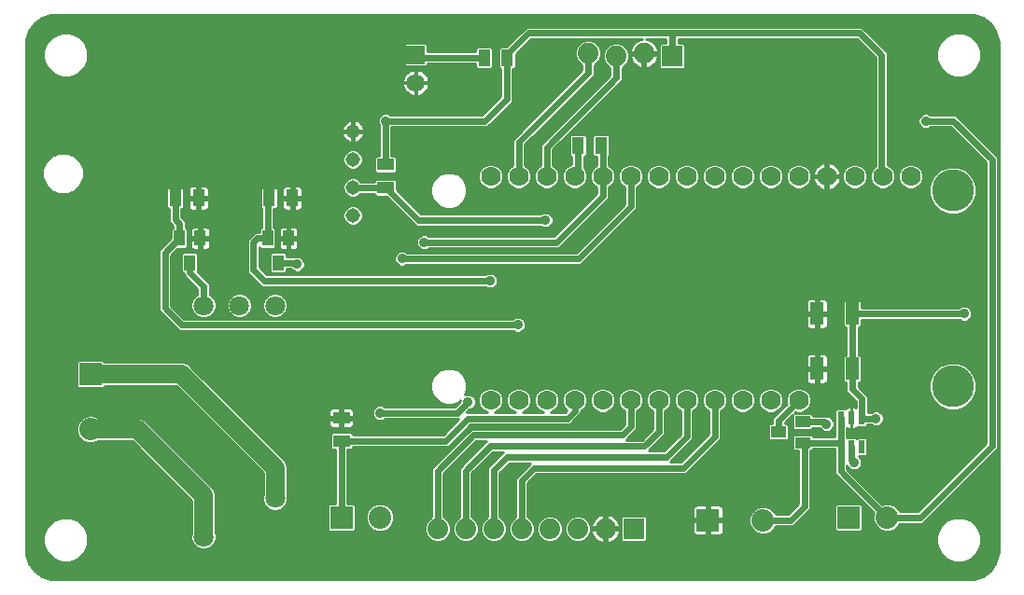
<source format=gbl>
G75*
G70*
%OFA0B0*%
%FSLAX24Y24*%
%IPPOS*%
%LPD*%
%AMOC8*
5,1,8,0,0,1.08239X$1,22.5*
%
%ADD10C,0.0709*%
%ADD11R,0.0800X0.0800*%
%ADD12C,0.0800*%
%ADD13C,0.1500*%
%ADD14C,0.0700*%
%ADD15C,0.0515*%
%ADD16R,0.0740X0.0740*%
%ADD17C,0.0740*%
%ADD18R,0.0433X0.0591*%
%ADD19R,0.0394X0.0551*%
%ADD20C,0.0650*%
%ADD21R,0.0650X0.0650*%
%ADD22R,0.0217X0.0472*%
%ADD23R,0.0551X0.0394*%
%ADD24R,0.0472X0.0787*%
%ADD25R,0.0591X0.0433*%
%ADD26C,0.0660*%
%ADD27C,0.0100*%
%ADD28C,0.0240*%
%ADD29C,0.0356*%
D10*
X009205Y010091D03*
X007926Y010091D03*
X006646Y010091D03*
X009205Y003201D03*
X006646Y001823D03*
D11*
X002611Y007630D03*
X024658Y002414D03*
X029678Y002512D03*
X011567Y002512D03*
D12*
X002611Y005662D03*
X026626Y002414D03*
X031056Y002512D03*
X012945Y002512D03*
D13*
X033402Y007209D03*
X033402Y014209D03*
D14*
X027902Y006709D03*
X026902Y006709D03*
X025902Y006709D03*
X024902Y006709D03*
X023902Y006709D03*
X022902Y006709D03*
X021902Y006709D03*
X020902Y006709D03*
X019902Y006709D03*
X018902Y006709D03*
X017902Y006709D03*
X016902Y006709D03*
X027902Y014709D03*
X026902Y014709D03*
X025902Y014709D03*
X024902Y014709D03*
X023902Y014709D03*
X022902Y014709D03*
X021902Y014709D03*
X020902Y014709D03*
X019902Y014709D03*
X018902Y014709D03*
X017902Y014709D03*
X016902Y014709D03*
X028902Y014709D03*
X029902Y014709D03*
X030902Y014709D03*
X031902Y014709D03*
D15*
X011985Y013315D03*
X011985Y014315D03*
X011985Y015315D03*
X011985Y016315D03*
D16*
X022000Y002119D03*
X023378Y018998D03*
D17*
X021000Y002119D03*
X020000Y002119D03*
X019000Y002119D03*
X018000Y002119D03*
X017000Y002119D03*
X016000Y002119D03*
X015000Y002119D03*
X022378Y019098D03*
X021378Y018998D03*
X020378Y019098D03*
D18*
X020839Y015800D03*
X020012Y015800D03*
X017493Y018949D03*
X016666Y018949D03*
X009815Y013930D03*
X008989Y013930D03*
X006469Y013930D03*
X005642Y013930D03*
D19*
X006154Y011626D03*
X006528Y012493D03*
X005780Y012493D03*
X009304Y011626D03*
X009678Y012493D03*
X008930Y012493D03*
D20*
X014225Y018056D03*
D21*
X014225Y019056D03*
D22*
X029402Y006075D03*
X029776Y006075D03*
X030150Y006075D03*
X030150Y005052D03*
X029402Y005052D03*
X029776Y005052D03*
D23*
X027178Y005563D03*
X028044Y005189D03*
X028044Y005937D03*
D24*
X028556Y009796D03*
X029815Y009796D03*
X028556Y007827D03*
X029815Y007827D03*
D25*
X011567Y006075D03*
X011567Y005248D03*
X013142Y014304D03*
X013142Y015130D03*
D26*
X006646Y001823D02*
X006646Y003300D01*
X004284Y005662D01*
X002611Y005662D01*
X009205Y003201D02*
X009205Y004284D01*
X005859Y007630D01*
X002611Y007630D01*
D27*
X034927Y019909D02*
X035027Y019603D01*
X035039Y019441D01*
X035039Y001331D01*
X035027Y001170D01*
X034927Y000863D01*
X034737Y000602D01*
X034476Y000412D01*
X034170Y000313D01*
X034008Y000300D01*
X001331Y000300D01*
X001170Y000313D01*
X000863Y000412D01*
X000602Y000602D01*
X000412Y000863D01*
X000313Y001170D01*
X000300Y001331D01*
X000300Y019441D01*
X000313Y019603D01*
X000412Y019909D01*
X000602Y020170D01*
X000863Y020360D01*
X001170Y020460D01*
X001331Y020472D01*
X034008Y020472D01*
X034170Y020460D01*
X034476Y020360D01*
X034476Y020360D01*
X034737Y020170D01*
X034927Y019909D01*
X029168Y005803D02*
X029168Y005914D01*
X029126Y006016D01*
X029048Y006094D01*
X028945Y006137D01*
X028923Y006137D01*
X028903Y006157D01*
X028419Y006157D01*
X028419Y006176D01*
X028361Y006234D01*
X027738Y006234D01*
X027778Y006274D01*
X027812Y006259D01*
X027991Y006259D01*
X028157Y006328D01*
X028283Y006454D01*
X028352Y006620D01*
X028352Y006799D01*
X028283Y006964D01*
X028157Y007091D01*
X027991Y007159D01*
X027812Y007159D01*
X027647Y007091D01*
X027520Y006964D01*
X027452Y006799D01*
X027452Y006620D01*
X027466Y006585D01*
X026958Y006076D01*
X026958Y005860D01*
X026861Y005860D01*
X026802Y005802D01*
X026802Y005325D01*
X026861Y005267D01*
X027495Y005267D01*
X027553Y005325D01*
X027553Y005802D01*
X027495Y005860D01*
X027398Y005860D01*
X027398Y005894D01*
X027668Y006164D01*
X027668Y005699D01*
X027727Y005641D01*
X028361Y005641D01*
X028419Y005699D01*
X028419Y005717D01*
X028648Y005717D01*
X028654Y005701D01*
X028733Y005623D01*
X028835Y005581D01*
X028945Y005581D01*
X029048Y005623D01*
X029126Y005701D01*
X029168Y005803D01*
X013479Y015447D02*
X013362Y015447D01*
X013362Y016465D01*
X016777Y016465D01*
X017564Y017253D01*
X017693Y017382D01*
X017693Y018554D01*
X017750Y018554D01*
X017809Y018613D01*
X017809Y019073D01*
X018351Y019615D01*
X022321Y019615D01*
X022257Y019605D01*
X022179Y019580D01*
X022106Y019542D01*
X022040Y019494D01*
X021982Y019436D01*
X021934Y019370D01*
X021896Y019297D01*
X021871Y019219D01*
X021860Y019148D01*
X022328Y019148D01*
X022328Y019048D01*
X021860Y019048D01*
X021871Y018976D01*
X021896Y018898D01*
X021934Y018825D01*
X021982Y018759D01*
X022040Y018701D01*
X022106Y018653D01*
X022179Y018616D01*
X022257Y018590D01*
X022328Y018579D01*
X022328Y019048D01*
X022428Y019048D01*
X022428Y018579D01*
X022500Y018590D01*
X022578Y018616D01*
X022651Y018653D01*
X022717Y018701D01*
X022775Y018759D01*
X022823Y018825D01*
X022860Y018898D01*
X022886Y018976D01*
X022897Y019048D01*
X022428Y019048D01*
X022428Y019148D01*
X022897Y019148D01*
X022886Y019219D01*
X022860Y019297D01*
X022823Y019370D01*
X022775Y019436D01*
X022717Y019494D01*
X022651Y019542D01*
X022578Y019580D01*
X022500Y019605D01*
X022436Y019615D01*
X023158Y019615D01*
X023158Y019468D01*
X022967Y019468D01*
X022908Y019409D01*
X022908Y018586D01*
X022967Y018528D01*
X023790Y018528D01*
X023848Y018586D01*
X023848Y019409D01*
X023790Y019468D01*
X023598Y019468D01*
X023598Y019615D01*
X029980Y019615D01*
X030639Y018957D01*
X030639Y015082D01*
X030520Y014964D01*
X030452Y014799D01*
X030452Y014620D01*
X030520Y014454D01*
X030647Y014328D01*
X030812Y014259D01*
X030991Y014259D01*
X031157Y014328D01*
X031283Y014454D01*
X031352Y014620D01*
X031352Y014799D01*
X031283Y014964D01*
X031157Y015091D01*
X031079Y015123D01*
X031079Y019139D01*
X030950Y019268D01*
X030162Y020055D01*
X018169Y020055D01*
X018040Y019926D01*
X017459Y019344D01*
X017235Y019344D01*
X017176Y019286D01*
X017176Y018613D01*
X017235Y018554D01*
X017253Y018554D01*
X017253Y017564D01*
X016594Y016905D01*
X013315Y016905D01*
X013300Y016921D01*
X013197Y016964D01*
X013087Y016964D01*
X012985Y016921D01*
X012906Y016843D01*
X012864Y016741D01*
X012864Y016630D01*
X012906Y016528D01*
X012922Y016512D01*
X012922Y015447D01*
X012805Y015447D01*
X012747Y015388D01*
X012747Y014872D01*
X012805Y014814D01*
X013479Y014814D01*
X013537Y014872D01*
X013537Y015388D01*
X013479Y015447D01*
X013479Y014620D02*
X012805Y014620D01*
X012747Y014561D01*
X012747Y014524D01*
X012282Y014524D01*
X012187Y014618D01*
X012056Y014673D01*
X011914Y014673D01*
X011782Y014618D01*
X011682Y014518D01*
X011627Y014386D01*
X011627Y014244D01*
X011682Y014113D01*
X011782Y014012D01*
X011914Y013958D01*
X012056Y013958D01*
X012187Y014012D01*
X012258Y014084D01*
X012747Y014084D01*
X012747Y014046D01*
X012805Y013987D01*
X013167Y013987D01*
X014103Y013051D01*
X014232Y012922D01*
X018677Y012922D01*
X018693Y012906D01*
X018795Y012864D01*
X018906Y012864D01*
X019008Y012906D01*
X019087Y012985D01*
X019129Y013087D01*
X019129Y013197D01*
X019087Y013300D01*
X019008Y013378D01*
X018906Y013420D01*
X018795Y013420D01*
X018693Y013378D01*
X018677Y013362D01*
X014414Y013362D01*
X013537Y014239D01*
X013537Y014561D01*
X013479Y014620D01*
X030178Y002071D02*
X030178Y002954D01*
X030119Y003012D01*
X029236Y003012D01*
X029178Y002954D01*
X029178Y002071D01*
X029236Y002012D01*
X030119Y002012D01*
X030178Y002071D01*
X028606Y008371D02*
X028606Y007877D01*
X028506Y007877D01*
X028506Y008371D01*
X028300Y008371D01*
X028261Y008361D01*
X028227Y008341D01*
X028199Y008313D01*
X028180Y008279D01*
X028169Y008241D01*
X028169Y007877D01*
X028506Y007877D01*
X028506Y007777D01*
X028169Y007777D01*
X028169Y007414D01*
X028180Y007376D01*
X028199Y007341D01*
X028227Y007313D01*
X028261Y007294D01*
X028300Y007283D01*
X028506Y007283D01*
X028506Y007777D01*
X028606Y007777D01*
X028606Y007283D01*
X028811Y007283D01*
X028850Y007294D01*
X028884Y007313D01*
X028912Y007341D01*
X028932Y007376D01*
X028942Y007414D01*
X028942Y007777D01*
X028606Y007777D01*
X028606Y007877D01*
X028942Y007877D01*
X028942Y008241D01*
X028932Y008279D01*
X028912Y008313D01*
X028884Y008341D01*
X028850Y008361D01*
X028811Y008371D01*
X028606Y008371D01*
X006419Y013484D02*
X006419Y013880D01*
X006519Y013880D01*
X006519Y013484D01*
X006705Y013484D01*
X006743Y013494D01*
X006778Y013514D01*
X006805Y013542D01*
X006825Y013576D01*
X006835Y013615D01*
X006835Y013880D01*
X006519Y013880D01*
X006519Y013980D01*
X006835Y013980D01*
X006835Y014245D01*
X006825Y014283D01*
X006805Y014317D01*
X006778Y014345D01*
X006743Y014365D01*
X006705Y014375D01*
X006519Y014375D01*
X006519Y013980D01*
X006419Y013980D01*
X006419Y014375D01*
X006233Y014375D01*
X006194Y014365D01*
X006160Y014345D01*
X006132Y014317D01*
X006113Y014283D01*
X006102Y014245D01*
X006102Y013980D01*
X006419Y013980D01*
X006419Y013880D01*
X006102Y013880D01*
X006102Y013615D01*
X006113Y013576D01*
X006132Y013542D01*
X006160Y013514D01*
X006194Y013494D01*
X006233Y013484D01*
X006419Y013484D01*
X008672Y014266D02*
X008672Y013593D01*
X008710Y013555D01*
X008710Y012868D01*
X008691Y012868D01*
X008633Y012810D01*
X008633Y012713D01*
X008464Y012713D01*
X008198Y012446D01*
X008198Y011279D01*
X008327Y011150D01*
X008720Y010757D01*
X016709Y010757D01*
X016725Y010741D01*
X016827Y010699D01*
X016938Y010699D01*
X017040Y010741D01*
X017118Y010819D01*
X017160Y010921D01*
X017160Y011032D01*
X017118Y011134D01*
X017040Y011213D01*
X016938Y011255D01*
X016827Y011255D01*
X016725Y011213D01*
X016709Y011197D01*
X008903Y011197D01*
X008638Y011462D01*
X008638Y012170D01*
X008691Y012117D01*
X009168Y012117D01*
X009226Y012176D01*
X009226Y012810D01*
X009168Y012868D01*
X009150Y012868D01*
X009150Y013534D01*
X009247Y013534D01*
X009305Y013593D01*
X009305Y014266D01*
X009247Y014325D01*
X008731Y014325D01*
X008672Y014266D01*
X009726Y012918D02*
X009726Y012541D01*
X009629Y012541D01*
X009629Y012918D01*
X009461Y012918D01*
X009423Y012908D01*
X009389Y012888D01*
X009361Y012860D01*
X009341Y012826D01*
X009331Y012788D01*
X009331Y012541D01*
X009629Y012541D01*
X009629Y012444D01*
X009331Y012444D01*
X009331Y012197D01*
X009341Y012159D01*
X009361Y012125D01*
X009389Y012097D01*
X009423Y012077D01*
X009461Y012067D01*
X009629Y012067D01*
X009629Y012444D01*
X009726Y012444D01*
X009726Y012067D01*
X009894Y012067D01*
X009932Y012077D01*
X009967Y012097D01*
X009994Y012125D01*
X010014Y012159D01*
X010024Y012197D01*
X010024Y012444D01*
X009726Y012444D01*
X009726Y012541D01*
X010024Y012541D01*
X010024Y012788D01*
X010014Y012826D01*
X009994Y012860D01*
X009967Y012888D01*
X009932Y012908D01*
X009894Y012918D01*
X009726Y012918D01*
X009600Y011309D02*
X009600Y011406D01*
X009760Y011406D01*
X009835Y011332D01*
X009937Y011289D01*
X010048Y011289D01*
X010150Y011332D01*
X010228Y011410D01*
X010271Y011512D01*
X010271Y011623D01*
X010228Y011725D01*
X010150Y011803D01*
X010048Y011845D01*
X010026Y011845D01*
X010025Y011846D01*
X009600Y011846D01*
X009600Y011943D01*
X009542Y012002D01*
X009065Y012002D01*
X009007Y011943D01*
X009007Y011309D01*
X009065Y011251D01*
X009542Y011251D01*
X009600Y011309D01*
X006077Y012176D02*
X006077Y012810D01*
X006018Y012868D01*
X006000Y012868D01*
X006000Y013115D01*
X005862Y013253D01*
X005862Y013534D01*
X005900Y013534D01*
X005959Y013593D01*
X005959Y014266D01*
X005900Y014325D01*
X005384Y014325D01*
X005326Y014266D01*
X005326Y013593D01*
X005384Y013534D01*
X005422Y013534D01*
X005422Y013071D01*
X005551Y012942D01*
X005560Y012933D01*
X005560Y012868D01*
X005542Y012868D01*
X005483Y012810D01*
X005483Y012507D01*
X005048Y012072D01*
X005048Y009901D01*
X005177Y009773D01*
X005768Y009182D01*
X017693Y009182D01*
X017709Y009166D01*
X017811Y009124D01*
X017922Y009124D01*
X018024Y009166D01*
X018102Y009244D01*
X018145Y009347D01*
X018145Y009457D01*
X018102Y009560D01*
X018024Y009638D01*
X017922Y009680D01*
X017811Y009680D01*
X017709Y009638D01*
X017693Y009622D01*
X005950Y009622D01*
X005488Y010084D01*
X005488Y011890D01*
X005715Y012117D01*
X006018Y012117D01*
X006077Y012176D01*
X020879Y001611D02*
X020950Y001600D01*
X020950Y002068D01*
X021050Y002068D01*
X021050Y001600D01*
X021122Y001611D01*
X021200Y001637D01*
X021273Y001674D01*
X021339Y001722D01*
X021397Y001780D01*
X021445Y001846D01*
X021482Y001919D01*
X021508Y001997D01*
X021519Y002069D01*
X021050Y002069D01*
X021050Y002169D01*
X021519Y002169D01*
X021508Y002240D01*
X021482Y002318D01*
X021445Y002391D01*
X021397Y002457D01*
X021339Y002515D01*
X021273Y002563D01*
X021200Y002600D01*
X021122Y002626D01*
X021050Y002637D01*
X021050Y002169D01*
X020950Y002169D01*
X020950Y002637D01*
X020879Y002626D01*
X020801Y002600D01*
X020728Y002563D01*
X020662Y002515D01*
X020604Y002457D01*
X020556Y002391D01*
X020518Y002318D01*
X020493Y002240D01*
X020482Y002169D01*
X020950Y002169D01*
X020950Y002069D01*
X020482Y002069D01*
X020493Y001997D01*
X020518Y001919D01*
X020556Y001846D01*
X020604Y001780D01*
X020662Y001722D01*
X020728Y001674D01*
X020801Y001637D01*
X020879Y001611D01*
X021589Y001649D02*
X022412Y001649D01*
X022470Y001707D01*
X022470Y002530D01*
X022412Y002589D01*
X021589Y002589D01*
X021530Y002530D01*
X021530Y001707D01*
X021589Y001649D01*
X002367Y014668D02*
X002367Y014963D01*
X002254Y015235D01*
X002046Y015443D01*
X001774Y015556D01*
X001479Y015556D01*
X001207Y015443D01*
X000999Y015235D01*
X000886Y014963D01*
X000886Y014668D01*
X000999Y014396D01*
X001207Y014188D01*
X001479Y014075D01*
X001774Y014075D01*
X002046Y014188D01*
X002254Y014396D01*
X002367Y014668D01*
X028950Y015208D02*
X028950Y014757D01*
X028854Y014757D01*
X028854Y015208D01*
X028785Y015197D01*
X028710Y015172D01*
X028640Y015137D01*
X028576Y015090D01*
X028521Y015035D01*
X028474Y014971D01*
X028439Y014901D01*
X028414Y014826D01*
X028403Y014757D01*
X028854Y014757D01*
X028854Y014661D01*
X028403Y014661D01*
X028414Y014592D01*
X028439Y014517D01*
X028474Y014447D01*
X028521Y014383D01*
X028576Y014328D01*
X028640Y014281D01*
X028710Y014246D01*
X028785Y014221D01*
X028854Y014210D01*
X028854Y014661D01*
X028950Y014661D01*
X028950Y014210D01*
X029019Y014221D01*
X029094Y014246D01*
X029164Y014281D01*
X029228Y014328D01*
X029283Y014383D01*
X029330Y014447D01*
X029365Y014517D01*
X029390Y014592D01*
X029401Y014661D01*
X028950Y014661D01*
X028950Y014757D01*
X029401Y014757D01*
X029390Y014826D01*
X029365Y014901D01*
X029330Y014971D01*
X029283Y015035D01*
X029228Y015090D01*
X029164Y015137D01*
X029094Y015172D01*
X029019Y015197D01*
X028950Y015208D01*
X017352Y014620D02*
X017352Y014799D01*
X017283Y014964D01*
X017157Y015091D01*
X016991Y015159D01*
X016812Y015159D01*
X016647Y015091D01*
X016520Y014964D01*
X016452Y014799D01*
X016452Y014620D01*
X016520Y014454D01*
X016647Y014328D01*
X016812Y014259D01*
X016991Y014259D01*
X017157Y014328D01*
X017283Y014454D01*
X017352Y014620D01*
X020352Y014620D02*
X020352Y014799D01*
X020283Y014964D01*
X020232Y015015D01*
X020232Y015404D01*
X020270Y015404D01*
X020329Y015463D01*
X020329Y016136D01*
X020270Y016195D01*
X019754Y016195D01*
X019696Y016136D01*
X019696Y015463D01*
X019754Y015404D01*
X019792Y015404D01*
X019792Y015151D01*
X019647Y015091D01*
X019520Y014964D01*
X019452Y014799D01*
X019452Y014620D01*
X019520Y014454D01*
X019647Y014328D01*
X019812Y014259D01*
X019991Y014259D01*
X020157Y014328D01*
X020283Y014454D01*
X020352Y014620D01*
X023352Y014620D02*
X023352Y014799D01*
X023283Y014964D01*
X023157Y015091D01*
X022991Y015159D01*
X022812Y015159D01*
X022647Y015091D01*
X022520Y014964D01*
X022452Y014799D01*
X022452Y014620D01*
X022520Y014454D01*
X022647Y014328D01*
X022812Y014259D01*
X022991Y014259D01*
X023157Y014328D01*
X023283Y014454D01*
X023352Y014620D01*
X024352Y014620D02*
X024352Y014799D01*
X024283Y014964D01*
X024157Y015091D01*
X023991Y015159D01*
X023812Y015159D01*
X023647Y015091D01*
X023520Y014964D01*
X023452Y014799D01*
X023452Y014620D01*
X023520Y014454D01*
X023647Y014328D01*
X023812Y014259D01*
X023991Y014259D01*
X024157Y014328D01*
X024283Y014454D01*
X024352Y014620D01*
X025352Y014620D02*
X025352Y014799D01*
X025283Y014964D01*
X025157Y015091D01*
X024991Y015159D01*
X024812Y015159D01*
X024647Y015091D01*
X024520Y014964D01*
X024452Y014799D01*
X024452Y014620D01*
X024520Y014454D01*
X024647Y014328D01*
X024812Y014259D01*
X024991Y014259D01*
X025157Y014328D01*
X025283Y014454D01*
X025352Y014620D01*
X026352Y014620D02*
X026352Y014799D01*
X026283Y014964D01*
X026157Y015091D01*
X025991Y015159D01*
X025812Y015159D01*
X025647Y015091D01*
X025520Y014964D01*
X025452Y014799D01*
X025452Y014620D01*
X025520Y014454D01*
X025647Y014328D01*
X025812Y014259D01*
X025991Y014259D01*
X026157Y014328D01*
X026283Y014454D01*
X026352Y014620D01*
X027352Y014620D02*
X027352Y014799D01*
X027283Y014964D01*
X027157Y015091D01*
X026991Y015159D01*
X026812Y015159D01*
X026647Y015091D01*
X026520Y014964D01*
X026452Y014799D01*
X026452Y014620D01*
X026520Y014454D01*
X026647Y014328D01*
X026812Y014259D01*
X026991Y014259D01*
X027157Y014328D01*
X027283Y014454D01*
X027352Y014620D01*
X028352Y014620D02*
X028352Y014799D01*
X028283Y014964D01*
X028157Y015091D01*
X027991Y015159D01*
X027812Y015159D01*
X027647Y015091D01*
X027520Y014964D01*
X027452Y014799D01*
X027452Y014620D01*
X027520Y014454D01*
X027647Y014328D01*
X027812Y014259D01*
X027991Y014259D01*
X028157Y014328D01*
X028283Y014454D01*
X028352Y014620D01*
X017352Y006620D02*
X017352Y006799D01*
X017283Y006964D01*
X017157Y007091D01*
X016991Y007159D01*
X016812Y007159D01*
X016647Y007091D01*
X016520Y006964D01*
X016452Y006799D01*
X016452Y006620D01*
X016520Y006454D01*
X016647Y006328D01*
X016773Y006276D01*
X016035Y006276D01*
X016128Y006368D01*
X016150Y006368D01*
X016252Y006410D01*
X016331Y006489D01*
X016373Y006591D01*
X016373Y006701D01*
X016331Y006804D01*
X016252Y006882D01*
X016150Y006924D01*
X016040Y006924D01*
X015977Y006898D01*
X016052Y007080D01*
X016052Y007338D01*
X015953Y007577D01*
X015770Y007760D01*
X015531Y007859D01*
X015273Y007859D01*
X015034Y007760D01*
X014851Y007577D01*
X014752Y007338D01*
X014752Y007080D01*
X014851Y006841D01*
X015034Y006658D01*
X015273Y006559D01*
X015531Y006559D01*
X015770Y006658D01*
X015819Y006707D01*
X015817Y006701D01*
X015817Y006679D01*
X015610Y006472D01*
X013119Y006472D01*
X013103Y006488D01*
X013001Y006530D01*
X012890Y006530D01*
X012788Y006488D01*
X012710Y006410D01*
X012667Y006308D01*
X012667Y006197D01*
X012710Y006095D01*
X012788Y006017D01*
X012890Y005974D01*
X013001Y005974D01*
X013103Y006017D01*
X013119Y006032D01*
X015761Y006032D01*
X015197Y005468D01*
X011963Y005468D01*
X011963Y005506D01*
X011904Y005565D01*
X011231Y005565D01*
X011172Y005506D01*
X011172Y004990D01*
X011231Y004932D01*
X011347Y004932D01*
X011347Y003012D01*
X011126Y003012D01*
X011067Y002954D01*
X011067Y002071D01*
X011126Y002012D01*
X012009Y002012D01*
X012067Y002071D01*
X012067Y002954D01*
X012009Y003012D01*
X011787Y003012D01*
X011787Y004932D01*
X011904Y004932D01*
X011963Y004990D01*
X011963Y005028D01*
X015379Y005028D01*
X015508Y005157D01*
X016186Y005836D01*
X019729Y005836D01*
X019858Y005964D01*
X020122Y006228D01*
X020122Y006313D01*
X020157Y006328D01*
X020283Y006454D01*
X020352Y006620D01*
X020352Y006799D01*
X020283Y006964D01*
X020157Y007091D01*
X019991Y007159D01*
X019812Y007159D01*
X019647Y007091D01*
X019520Y006964D01*
X019452Y006799D01*
X019452Y006620D01*
X019520Y006454D01*
X019623Y006352D01*
X019547Y006276D01*
X019031Y006276D01*
X019157Y006328D01*
X019283Y006454D01*
X019352Y006620D01*
X019352Y006799D01*
X019283Y006964D01*
X019157Y007091D01*
X018991Y007159D01*
X018812Y007159D01*
X018647Y007091D01*
X018520Y006964D01*
X018452Y006799D01*
X018452Y006620D01*
X018520Y006454D01*
X018647Y006328D01*
X018773Y006276D01*
X018031Y006276D01*
X018157Y006328D01*
X018283Y006454D01*
X018352Y006620D01*
X018352Y006799D01*
X018283Y006964D01*
X018157Y007091D01*
X017991Y007159D01*
X017812Y007159D01*
X017647Y007091D01*
X017520Y006964D01*
X017452Y006799D01*
X017452Y006620D01*
X017520Y006454D01*
X017647Y006328D01*
X017773Y006276D01*
X017031Y006276D01*
X017157Y006328D01*
X017283Y006454D01*
X017352Y006620D01*
X021352Y006620D02*
X021352Y006799D01*
X021283Y006964D01*
X021157Y007091D01*
X020991Y007159D01*
X020812Y007159D01*
X020647Y007091D01*
X020520Y006964D01*
X020452Y006799D01*
X020452Y006620D01*
X020520Y006454D01*
X020647Y006328D01*
X020812Y006259D01*
X020991Y006259D01*
X021157Y006328D01*
X021283Y006454D01*
X021352Y006620D01*
X026352Y006620D02*
X026352Y006799D01*
X026283Y006964D01*
X026157Y007091D01*
X025991Y007159D01*
X025812Y007159D01*
X025647Y007091D01*
X025520Y006964D01*
X025452Y006799D01*
X025452Y006620D01*
X025520Y006454D01*
X025647Y006328D01*
X025812Y006259D01*
X025991Y006259D01*
X026157Y006328D01*
X026283Y006454D01*
X026352Y006620D01*
X027352Y006620D02*
X027352Y006799D01*
X027283Y006964D01*
X027157Y007091D01*
X026991Y007159D01*
X026812Y007159D01*
X026647Y007091D01*
X026520Y006964D01*
X026452Y006799D01*
X026452Y006620D01*
X026520Y006454D01*
X026647Y006328D01*
X026812Y006259D01*
X026991Y006259D01*
X027157Y006328D01*
X027283Y006454D01*
X027352Y006620D01*
X034252Y014040D02*
X034252Y014378D01*
X034123Y014691D01*
X033883Y014930D01*
X033571Y015059D01*
X033233Y015059D01*
X032920Y014930D01*
X032681Y014691D01*
X032552Y014378D01*
X032552Y014040D01*
X032681Y013728D01*
X032920Y013488D01*
X033233Y013359D01*
X033571Y013359D01*
X033883Y013488D01*
X034123Y013728D01*
X034252Y014040D01*
X034252Y007040D02*
X034252Y007378D01*
X034123Y007691D01*
X033883Y007930D01*
X033571Y008059D01*
X033233Y008059D01*
X032920Y007930D01*
X032681Y007691D01*
X032552Y007378D01*
X032552Y007040D01*
X032681Y006728D01*
X032920Y006488D01*
X033233Y006359D01*
X033571Y006359D01*
X033883Y006488D01*
X034123Y006728D01*
X034252Y007040D01*
X016052Y014080D02*
X016052Y014338D01*
X015953Y014577D01*
X015770Y014760D01*
X015531Y014859D01*
X015273Y014859D01*
X015034Y014760D01*
X014851Y014577D01*
X014752Y014338D01*
X014752Y014080D01*
X014851Y013841D01*
X015034Y013658D01*
X015273Y013559D01*
X015531Y013559D01*
X015770Y013658D01*
X015953Y013841D01*
X016052Y014080D01*
X002710Y006162D02*
X002511Y006162D01*
X002327Y006086D01*
X002187Y005945D01*
X002111Y005761D01*
X002111Y005562D01*
X002187Y005379D01*
X002327Y005238D01*
X002511Y005162D01*
X002710Y005162D01*
X002879Y005232D01*
X004106Y005232D01*
X006216Y003121D01*
X006216Y001972D01*
X006192Y001914D01*
X006192Y001733D01*
X006261Y001566D01*
X006389Y001438D01*
X006556Y001369D01*
X006736Y001369D01*
X006903Y001438D01*
X007031Y001566D01*
X007100Y001733D01*
X007100Y001914D01*
X007076Y001972D01*
X007076Y003385D01*
X007011Y003543D01*
X004648Y005905D01*
X004527Y006026D01*
X004369Y006092D01*
X002879Y006092D01*
X002710Y006162D01*
X009659Y003111D02*
X009659Y003292D01*
X009635Y003350D01*
X009635Y004369D01*
X009570Y004527D01*
X006223Y007874D01*
X006102Y007995D01*
X005944Y008060D01*
X003111Y008060D01*
X003111Y008072D01*
X003052Y008130D01*
X002169Y008130D01*
X002111Y008072D01*
X002111Y007189D01*
X002169Y007130D01*
X003052Y007130D01*
X003111Y007189D01*
X003111Y007200D01*
X005681Y007200D01*
X008775Y004106D01*
X008775Y003350D01*
X008751Y003292D01*
X008751Y003111D01*
X008820Y002944D01*
X008948Y002816D01*
X009115Y002747D01*
X009295Y002747D01*
X009462Y002816D01*
X009590Y002944D01*
X009659Y003111D01*
X007100Y010001D02*
X007100Y010181D01*
X007031Y010348D01*
X006903Y010476D01*
X006866Y010492D01*
X006866Y010871D01*
X006737Y011000D01*
X006439Y011298D01*
X006451Y011309D01*
X006451Y011943D01*
X006392Y012002D01*
X005916Y012002D01*
X005857Y011943D01*
X005857Y011309D01*
X005916Y011251D01*
X005934Y011251D01*
X005934Y011181D01*
X006426Y010689D01*
X006426Y010492D01*
X006389Y010476D01*
X006261Y010348D01*
X006192Y010181D01*
X006192Y010001D01*
X006261Y009834D01*
X006389Y009706D01*
X006556Y009637D01*
X006736Y009637D01*
X006903Y009706D01*
X007031Y009834D01*
X007100Y010001D01*
X008380Y010001D02*
X008380Y010181D01*
X008311Y010348D01*
X008183Y010476D01*
X008016Y010545D01*
X007835Y010545D01*
X007668Y010476D01*
X007540Y010348D01*
X007471Y010181D01*
X007471Y010001D01*
X007540Y009834D01*
X007668Y009706D01*
X007835Y009637D01*
X008016Y009637D01*
X008183Y009706D01*
X008311Y009834D01*
X008380Y010001D01*
X009659Y010001D02*
X009659Y010181D01*
X009590Y010348D01*
X009462Y010476D01*
X009295Y010545D01*
X009115Y010545D01*
X008948Y010476D01*
X008820Y010348D01*
X008751Y010181D01*
X008751Y010001D01*
X008820Y009834D01*
X008948Y009706D01*
X009115Y009637D01*
X009295Y009637D01*
X009462Y009706D01*
X009590Y009834D01*
X009659Y010001D01*
X002524Y001566D02*
X002524Y001884D01*
X002403Y002178D01*
X002178Y002403D01*
X001884Y002524D01*
X001566Y002524D01*
X001272Y002403D01*
X001047Y002178D01*
X000925Y001884D01*
X000925Y001566D01*
X001047Y001272D01*
X001272Y001047D01*
X001566Y000925D01*
X001884Y000925D01*
X002178Y001047D01*
X002403Y001272D01*
X002524Y001566D01*
X034414Y001566D02*
X034414Y001884D01*
X034292Y002178D01*
X034068Y002403D01*
X033774Y002524D01*
X033456Y002524D01*
X033162Y002403D01*
X032937Y002178D01*
X032815Y001884D01*
X032815Y001566D01*
X032937Y001272D01*
X033162Y001047D01*
X033456Y000925D01*
X033774Y000925D01*
X034068Y001047D01*
X034292Y001272D01*
X034414Y001566D01*
X002524Y018889D02*
X002524Y019207D01*
X002403Y019501D01*
X002178Y019726D01*
X001884Y019847D01*
X001566Y019847D01*
X001272Y019726D01*
X001047Y019501D01*
X000925Y019207D01*
X000925Y018889D01*
X001047Y018595D01*
X001272Y018370D01*
X001566Y018248D01*
X001884Y018248D01*
X002178Y018370D01*
X002403Y018595D01*
X002524Y018889D01*
X034414Y018889D02*
X034414Y019207D01*
X034292Y019501D01*
X034068Y019726D01*
X033774Y019847D01*
X033456Y019847D01*
X033162Y019726D01*
X032937Y019501D01*
X032815Y019207D01*
X032815Y018889D01*
X032937Y018595D01*
X033162Y018370D01*
X033456Y018248D01*
X033774Y018248D01*
X034068Y018370D01*
X034292Y018595D01*
X034414Y018889D01*
X030352Y014620D02*
X030352Y014799D01*
X030283Y014964D01*
X030157Y015091D01*
X029991Y015159D01*
X029812Y015159D01*
X029647Y015091D01*
X029520Y014964D01*
X029452Y014799D01*
X029452Y014620D01*
X029520Y014454D01*
X029647Y014328D01*
X029812Y014259D01*
X029991Y014259D01*
X030157Y014328D01*
X030283Y014454D01*
X030352Y014620D01*
X032352Y014620D02*
X032352Y014799D01*
X032283Y014964D01*
X032157Y015091D01*
X031991Y015159D01*
X031812Y015159D01*
X031647Y015091D01*
X031520Y014964D01*
X031452Y014799D01*
X031452Y014620D01*
X031520Y014454D01*
X031647Y014328D01*
X031812Y014259D01*
X031991Y014259D01*
X032157Y014328D01*
X032283Y014454D01*
X032352Y014620D01*
X012342Y013244D02*
X012342Y013386D01*
X012288Y013518D01*
X012187Y013618D01*
X012056Y013673D01*
X011914Y013673D01*
X011782Y013618D01*
X011682Y013518D01*
X011627Y013386D01*
X011627Y013244D01*
X011682Y013113D01*
X011782Y013012D01*
X011914Y012958D01*
X012056Y012958D01*
X012187Y013012D01*
X012288Y013113D01*
X012342Y013244D01*
X012342Y015244D02*
X012342Y015386D01*
X012288Y015518D01*
X012187Y015618D01*
X012056Y015673D01*
X011914Y015673D01*
X011782Y015618D01*
X011682Y015518D01*
X011627Y015386D01*
X011627Y015244D01*
X011682Y015113D01*
X011782Y015012D01*
X011914Y014958D01*
X012056Y014958D01*
X012187Y015012D01*
X012288Y015113D01*
X012342Y015244D01*
X011953Y015908D02*
X011956Y015908D01*
X011956Y016287D01*
X012013Y016287D01*
X012013Y015908D01*
X012017Y015908D01*
X012080Y015918D01*
X012141Y015938D01*
X012198Y015967D01*
X012250Y016005D01*
X012295Y016050D01*
X012333Y016102D01*
X012362Y016159D01*
X012382Y016220D01*
X012392Y016283D01*
X012392Y016287D01*
X012013Y016287D01*
X012013Y016344D01*
X012392Y016344D01*
X012392Y016347D01*
X012382Y016411D01*
X012362Y016472D01*
X012333Y016529D01*
X012295Y016581D01*
X012250Y016626D01*
X012198Y016664D01*
X012141Y016693D01*
X012080Y016713D01*
X012017Y016723D01*
X012013Y016723D01*
X012013Y016344D01*
X011956Y016344D01*
X011956Y016723D01*
X011953Y016723D01*
X011889Y016713D01*
X011828Y016693D01*
X011771Y016664D01*
X011719Y016626D01*
X011674Y016581D01*
X011636Y016529D01*
X011607Y016472D01*
X011587Y016411D01*
X011577Y016347D01*
X011577Y016344D01*
X011956Y016344D01*
X011956Y016287D01*
X011577Y016287D01*
X011577Y016283D01*
X011587Y016220D01*
X011607Y016159D01*
X011636Y016102D01*
X011674Y016050D01*
X011719Y016005D01*
X011771Y015967D01*
X011828Y015938D01*
X011889Y015918D01*
X011953Y015908D01*
X020470Y002025D02*
X020470Y002212D01*
X020399Y002385D01*
X020267Y002517D01*
X020094Y002589D01*
X019907Y002589D01*
X019734Y002517D01*
X019602Y002385D01*
X019530Y002212D01*
X019530Y002025D01*
X019602Y001852D01*
X019734Y001720D01*
X019907Y001649D01*
X020094Y001649D01*
X020267Y001720D01*
X020399Y001852D01*
X020470Y002025D01*
X019470Y002025D02*
X019470Y002212D01*
X019399Y002385D01*
X019267Y002517D01*
X019094Y002589D01*
X018907Y002589D01*
X018734Y002517D01*
X018602Y002385D01*
X018530Y002212D01*
X018530Y002025D01*
X018602Y001852D01*
X018734Y001720D01*
X018907Y001649D01*
X019094Y001649D01*
X019267Y001720D01*
X019399Y001852D01*
X019470Y002025D01*
X015470Y002025D02*
X015470Y002212D01*
X015399Y002385D01*
X015267Y002517D01*
X015220Y002536D01*
X015220Y004082D01*
X016383Y005245D01*
X016745Y005245D01*
X016662Y005162D01*
X015780Y004280D01*
X015780Y002536D01*
X015734Y002517D01*
X015602Y002385D01*
X015530Y002212D01*
X015530Y002025D01*
X015602Y001852D01*
X015734Y001720D01*
X015907Y001649D01*
X016094Y001649D01*
X016267Y001720D01*
X016399Y001852D01*
X016470Y002025D01*
X016470Y002212D01*
X016399Y002385D01*
X016267Y002517D01*
X016220Y002536D01*
X016220Y004098D01*
X016973Y004851D01*
X017335Y004851D01*
X017253Y004769D01*
X016780Y004296D01*
X016780Y002536D01*
X016734Y002517D01*
X016602Y002385D01*
X016530Y002212D01*
X016530Y002025D01*
X016602Y001852D01*
X016734Y001720D01*
X016907Y001649D01*
X017094Y001649D01*
X017267Y001720D01*
X017399Y001852D01*
X017470Y002025D01*
X017470Y002212D01*
X017399Y002385D01*
X017267Y002517D01*
X017220Y002536D01*
X017220Y004114D01*
X017564Y004458D01*
X018320Y004458D01*
X018237Y004375D01*
X017780Y003918D01*
X017780Y002536D01*
X017734Y002517D01*
X017602Y002385D01*
X017530Y002212D01*
X017530Y002025D01*
X017602Y001852D01*
X017734Y001720D01*
X017907Y001649D01*
X018094Y001649D01*
X018267Y001720D01*
X018399Y001852D01*
X018470Y002025D01*
X018470Y002212D01*
X018399Y002385D01*
X018267Y002517D01*
X018220Y002536D01*
X018220Y003736D01*
X018548Y004064D01*
X023863Y004064D01*
X025122Y005323D01*
X025122Y006313D01*
X025157Y006328D01*
X025283Y006454D01*
X025352Y006620D01*
X025352Y006799D01*
X025283Y006964D01*
X025157Y007091D01*
X024991Y007159D01*
X024812Y007159D01*
X024647Y007091D01*
X024520Y006964D01*
X024452Y006799D01*
X024452Y006620D01*
X024520Y006454D01*
X024647Y006328D01*
X024682Y006313D01*
X024682Y005505D01*
X023681Y004504D01*
X023319Y004504D01*
X023993Y005178D01*
X024122Y005307D01*
X024122Y006313D01*
X024157Y006328D01*
X024283Y006454D01*
X024352Y006620D01*
X024352Y006799D01*
X024283Y006964D01*
X024157Y007091D01*
X023991Y007159D01*
X023812Y007159D01*
X023647Y007091D01*
X023520Y006964D01*
X023452Y006799D01*
X023452Y006620D01*
X023520Y006454D01*
X023647Y006328D01*
X023682Y006313D01*
X023682Y005489D01*
X023090Y004898D01*
X022532Y004898D01*
X023122Y005488D01*
X023122Y006313D01*
X023157Y006328D01*
X023283Y006454D01*
X023352Y006620D01*
X023352Y006799D01*
X023283Y006964D01*
X023157Y007091D01*
X022991Y007159D01*
X022812Y007159D01*
X022647Y007091D01*
X022520Y006964D01*
X022452Y006799D01*
X022452Y006620D01*
X022520Y006454D01*
X022647Y006328D01*
X022682Y006313D01*
X022682Y005670D01*
X022303Y005291D01*
X021744Y005291D01*
X021827Y005374D01*
X022122Y005669D01*
X022122Y006313D01*
X022157Y006328D01*
X022283Y006454D01*
X022352Y006620D01*
X022352Y006799D01*
X022283Y006964D01*
X022157Y007091D01*
X021991Y007159D01*
X021812Y007159D01*
X021647Y007091D01*
X021520Y006964D01*
X021452Y006799D01*
X021452Y006620D01*
X021520Y006454D01*
X021647Y006328D01*
X021682Y006313D01*
X021682Y005851D01*
X021516Y005685D01*
X016201Y005685D01*
X014909Y004394D01*
X014780Y004265D01*
X014780Y002536D01*
X014734Y002517D01*
X014602Y002385D01*
X014530Y002212D01*
X014530Y002025D01*
X014602Y001852D01*
X014734Y001720D01*
X014907Y001649D01*
X015094Y001649D01*
X015267Y001720D01*
X015399Y001852D01*
X015470Y002025D01*
X020522Y016136D02*
X020522Y015463D01*
X020581Y015404D01*
X020682Y015404D01*
X020682Y015105D01*
X020647Y015091D01*
X020520Y014964D01*
X020452Y014799D01*
X020452Y014620D01*
X020520Y014454D01*
X020647Y014328D01*
X020682Y014313D01*
X020682Y014103D01*
X019153Y012575D01*
X014693Y012575D01*
X014678Y012590D01*
X014575Y012633D01*
X014465Y012633D01*
X014363Y012590D01*
X014284Y012512D01*
X014242Y012410D01*
X014242Y012299D01*
X014284Y012197D01*
X014363Y012119D01*
X014465Y012077D01*
X014575Y012077D01*
X014678Y012119D01*
X014693Y012135D01*
X019336Y012135D01*
X020993Y013792D01*
X021122Y013921D01*
X021122Y014313D01*
X021157Y014328D01*
X021283Y014454D01*
X021352Y014620D01*
X021352Y014799D01*
X021283Y014964D01*
X021157Y015091D01*
X021122Y015105D01*
X021122Y015429D01*
X021156Y015463D01*
X021156Y016136D01*
X021097Y016195D01*
X020581Y016195D01*
X020522Y016136D01*
X016349Y019286D02*
X016349Y019169D01*
X014650Y019169D01*
X014650Y019422D01*
X014591Y019481D01*
X013858Y019481D01*
X013800Y019422D01*
X013800Y018689D01*
X013858Y018631D01*
X014591Y018631D01*
X014650Y018689D01*
X014650Y018729D01*
X016349Y018729D01*
X016349Y018613D01*
X016408Y018554D01*
X016924Y018554D01*
X016982Y018613D01*
X016982Y019286D01*
X016924Y019344D01*
X016408Y019344D01*
X016349Y019286D01*
X006576Y012918D02*
X006576Y012541D01*
X006480Y012541D01*
X006480Y012918D01*
X006311Y012918D01*
X006273Y012908D01*
X006239Y012888D01*
X006211Y012860D01*
X006191Y012826D01*
X006181Y012788D01*
X006181Y012541D01*
X006480Y012541D01*
X006480Y012444D01*
X006181Y012444D01*
X006181Y012197D01*
X006191Y012159D01*
X006211Y012125D01*
X006239Y012097D01*
X006273Y012077D01*
X006311Y012067D01*
X006480Y012067D01*
X006480Y012444D01*
X006576Y012444D01*
X006576Y012067D01*
X006745Y012067D01*
X006783Y012077D01*
X006817Y012097D01*
X006845Y012125D01*
X006865Y012159D01*
X006875Y012197D01*
X006875Y012444D01*
X006576Y012444D01*
X006576Y012541D01*
X006875Y012541D01*
X006875Y012788D01*
X006865Y012826D01*
X006845Y012860D01*
X006817Y012888D01*
X006783Y012908D01*
X006745Y012918D01*
X006576Y012918D01*
X009765Y013484D02*
X009765Y013880D01*
X009865Y013880D01*
X009865Y013484D01*
X010052Y013484D01*
X010090Y013494D01*
X010124Y013514D01*
X010152Y013542D01*
X010172Y013576D01*
X010182Y013615D01*
X010182Y013880D01*
X009865Y013880D01*
X009865Y013980D01*
X010182Y013980D01*
X010182Y014245D01*
X010172Y014283D01*
X010152Y014317D01*
X010124Y014345D01*
X010090Y014365D01*
X010052Y014375D01*
X009865Y014375D01*
X009865Y013980D01*
X009765Y013980D01*
X009765Y014375D01*
X009579Y014375D01*
X009541Y014365D01*
X009507Y014345D01*
X009479Y014317D01*
X009459Y014283D01*
X009449Y014245D01*
X009449Y013980D01*
X009765Y013980D01*
X009765Y013880D01*
X009449Y013880D01*
X009449Y013615D01*
X009459Y013576D01*
X009479Y013542D01*
X009507Y013514D01*
X009541Y013494D01*
X009579Y013484D01*
X009765Y013484D01*
X014187Y017581D02*
X014206Y017581D01*
X014206Y018037D01*
X014244Y018037D01*
X014244Y017581D01*
X014262Y017581D01*
X014336Y017592D01*
X014407Y017615D01*
X014474Y017649D01*
X014534Y017693D01*
X014587Y017746D01*
X014631Y017807D01*
X014665Y017873D01*
X014688Y017944D01*
X014700Y018018D01*
X014700Y018037D01*
X014244Y018037D01*
X014244Y018074D01*
X014700Y018074D01*
X014700Y018093D01*
X014688Y018167D01*
X014665Y018238D01*
X014631Y018304D01*
X014587Y018365D01*
X014534Y018418D01*
X014474Y018462D01*
X014407Y018496D01*
X014336Y018519D01*
X014262Y018531D01*
X014244Y018531D01*
X014244Y018074D01*
X014206Y018074D01*
X014206Y018531D01*
X014187Y018531D01*
X014114Y018519D01*
X014042Y018496D01*
X013976Y018462D01*
X013915Y018418D01*
X013862Y018365D01*
X013819Y018304D01*
X013785Y018238D01*
X013761Y018167D01*
X013750Y018093D01*
X013750Y018074D01*
X014206Y018074D01*
X014206Y018037D01*
X013750Y018037D01*
X013750Y018018D01*
X013761Y017944D01*
X013785Y017873D01*
X013819Y017807D01*
X013862Y017746D01*
X013915Y017693D01*
X013976Y017649D01*
X014042Y017615D01*
X014114Y017592D01*
X014187Y017581D01*
X028606Y010339D02*
X028606Y009846D01*
X028506Y009846D01*
X028506Y010339D01*
X028300Y010339D01*
X028261Y010329D01*
X028227Y010309D01*
X028199Y010281D01*
X028180Y010247D01*
X028169Y010209D01*
X028169Y009846D01*
X028506Y009846D01*
X028506Y009746D01*
X028169Y009746D01*
X028169Y009382D01*
X028180Y009344D01*
X028199Y009310D01*
X028227Y009282D01*
X028261Y009262D01*
X028300Y009252D01*
X028506Y009252D01*
X028506Y009746D01*
X028606Y009746D01*
X028606Y009252D01*
X028811Y009252D01*
X028850Y009262D01*
X028884Y009282D01*
X028912Y009310D01*
X028932Y009344D01*
X028942Y009382D01*
X028942Y009746D01*
X028606Y009746D01*
X028606Y009846D01*
X028942Y009846D01*
X028942Y010209D01*
X028932Y010247D01*
X028912Y010281D01*
X028884Y010309D01*
X028850Y010329D01*
X028811Y010339D01*
X028606Y010339D01*
X024708Y002964D02*
X024708Y002464D01*
X024608Y002464D01*
X024608Y002964D01*
X024238Y002964D01*
X024200Y002954D01*
X024166Y002934D01*
X024138Y002906D01*
X024118Y002872D01*
X024108Y002834D01*
X024108Y002464D01*
X024608Y002464D01*
X024608Y002364D01*
X024108Y002364D01*
X024108Y001994D01*
X024118Y001956D01*
X024138Y001922D01*
X024166Y001894D01*
X024200Y001874D01*
X024238Y001864D01*
X024608Y001864D01*
X024608Y002364D01*
X024708Y002364D01*
X024708Y001864D01*
X025078Y001864D01*
X025116Y001874D01*
X025150Y001894D01*
X025178Y001922D01*
X025198Y001956D01*
X025208Y001994D01*
X025208Y002364D01*
X024708Y002364D01*
X024708Y002464D01*
X025208Y002464D01*
X025208Y002834D01*
X025198Y002872D01*
X025178Y002906D01*
X025150Y002934D01*
X025116Y002954D01*
X025078Y002964D01*
X024708Y002964D01*
X021848Y018904D02*
X021848Y019091D01*
X021777Y019264D01*
X021645Y019396D01*
X021472Y019468D01*
X021285Y019468D01*
X021112Y019396D01*
X020980Y019264D01*
X020908Y019091D01*
X020908Y018904D01*
X020980Y018731D01*
X021112Y018599D01*
X021158Y018580D01*
X021158Y018320D01*
X018682Y015843D01*
X018682Y015105D01*
X018647Y015091D01*
X018520Y014964D01*
X018452Y014799D01*
X018452Y014620D01*
X018520Y014454D01*
X018647Y014328D01*
X018812Y014259D01*
X018991Y014259D01*
X019157Y014328D01*
X019283Y014454D01*
X019352Y014620D01*
X019352Y014799D01*
X019283Y014964D01*
X019157Y015091D01*
X019122Y015105D01*
X019122Y015661D01*
X021469Y018009D01*
X021598Y018138D01*
X021598Y018580D01*
X021645Y018599D01*
X021777Y018731D01*
X021848Y018904D01*
X020848Y019004D02*
X020848Y019191D01*
X020777Y019364D01*
X020645Y019496D01*
X020472Y019568D01*
X020285Y019568D01*
X020112Y019496D01*
X019980Y019364D01*
X019908Y019191D01*
X019908Y019004D01*
X019980Y018831D01*
X020112Y018699D01*
X020158Y018680D01*
X020158Y018501D01*
X017682Y016025D01*
X017682Y015105D01*
X017647Y015091D01*
X017520Y014964D01*
X017452Y014799D01*
X017452Y014620D01*
X017520Y014454D01*
X017647Y014328D01*
X017812Y014259D01*
X017991Y014259D01*
X018157Y014328D01*
X018283Y014454D01*
X018352Y014620D01*
X018352Y014799D01*
X018283Y014964D01*
X018157Y015091D01*
X018122Y015105D01*
X018122Y015842D01*
X020469Y018190D01*
X020598Y018319D01*
X020598Y018680D01*
X020645Y018699D01*
X020777Y018831D01*
X020848Y019004D01*
X013445Y002413D02*
X013445Y002612D01*
X013369Y002795D01*
X013229Y002936D01*
X013045Y003012D01*
X012846Y003012D01*
X012662Y002936D01*
X012521Y002795D01*
X012445Y002612D01*
X012445Y002413D01*
X012521Y002229D01*
X012662Y002088D01*
X012846Y002012D01*
X013045Y002012D01*
X013229Y002088D01*
X013369Y002229D01*
X013445Y002413D01*
X012013Y006025D02*
X011617Y006025D01*
X011617Y006125D01*
X012013Y006125D01*
X012013Y006311D01*
X012002Y006350D01*
X011983Y006384D01*
X011955Y006412D01*
X011920Y006432D01*
X011882Y006442D01*
X011617Y006442D01*
X011617Y006125D01*
X011517Y006125D01*
X011517Y006442D01*
X011252Y006442D01*
X011214Y006432D01*
X011180Y006412D01*
X011152Y006384D01*
X011132Y006350D01*
X011122Y006311D01*
X011122Y006125D01*
X011517Y006125D01*
X011517Y006025D01*
X011122Y006025D01*
X011122Y005839D01*
X011132Y005801D01*
X011152Y005767D01*
X011180Y005739D01*
X011214Y005719D01*
X011252Y005709D01*
X011517Y005709D01*
X011517Y006025D01*
X011617Y006025D01*
X011617Y005709D01*
X011882Y005709D01*
X011920Y005719D01*
X011955Y005739D01*
X011983Y005767D01*
X012002Y005801D01*
X012013Y005839D01*
X012013Y006025D01*
X013890Y012000D02*
X013788Y012042D01*
X013677Y012042D01*
X013575Y012000D01*
X013497Y011922D01*
X013455Y011819D01*
X013455Y011709D01*
X013497Y011607D01*
X013575Y011528D01*
X013677Y011486D01*
X013788Y011486D01*
X013890Y011528D01*
X013906Y011544D01*
X020123Y011544D01*
X021993Y013414D01*
X022122Y013543D01*
X022122Y014313D01*
X022157Y014328D01*
X022283Y014454D01*
X022352Y014620D01*
X022352Y014799D01*
X022283Y014964D01*
X022157Y015091D01*
X021991Y015159D01*
X021812Y015159D01*
X021647Y015091D01*
X021520Y014964D01*
X021452Y014799D01*
X021452Y014620D01*
X021520Y014454D01*
X021647Y014328D01*
X021682Y014313D01*
X021682Y013725D01*
X019941Y011984D01*
X013906Y011984D01*
X013890Y012000D01*
X030940Y006000D02*
X030940Y006111D01*
X030898Y006213D01*
X030819Y006291D01*
X030717Y006334D01*
X030606Y006334D01*
X030504Y006291D01*
X030489Y006276D01*
X030370Y006276D01*
X030370Y006855D01*
X030035Y007190D01*
X030035Y007333D01*
X030093Y007333D01*
X030152Y007392D01*
X030152Y008262D01*
X030093Y008321D01*
X030035Y008321D01*
X030035Y009302D01*
X030093Y009302D01*
X030152Y009361D01*
X030152Y009576D01*
X033638Y009576D01*
X033654Y009560D01*
X033756Y009518D01*
X033867Y009518D01*
X033969Y009560D01*
X034047Y009638D01*
X034090Y009740D01*
X034090Y009851D01*
X034047Y009953D01*
X033969Y010031D01*
X033867Y010074D01*
X033756Y010074D01*
X033654Y010031D01*
X033638Y010016D01*
X030152Y010016D01*
X030152Y010231D01*
X030093Y010289D01*
X029538Y010289D01*
X029479Y010231D01*
X029479Y009361D01*
X029538Y009302D01*
X029595Y009302D01*
X029595Y008321D01*
X029538Y008321D01*
X029479Y008262D01*
X029479Y007392D01*
X029538Y007333D01*
X029595Y007333D01*
X029595Y007008D01*
X029724Y006879D01*
X029930Y006673D01*
X029930Y006454D01*
X029904Y006461D01*
X029780Y006461D01*
X029780Y006079D01*
X029772Y006079D01*
X029772Y006461D01*
X029648Y006461D01*
X029610Y006451D01*
X029576Y006431D01*
X029554Y006409D01*
X029552Y006411D01*
X029252Y006411D01*
X029194Y006353D01*
X029194Y006178D01*
X029182Y006166D01*
X029182Y005409D01*
X028419Y005409D01*
X028419Y005428D01*
X028361Y005486D01*
X027727Y005486D01*
X027668Y005428D01*
X027668Y004951D01*
X027727Y004893D01*
X027883Y004893D01*
X027883Y002997D01*
X027520Y002634D01*
X027076Y002634D01*
X027050Y002697D01*
X026910Y002838D01*
X026726Y002914D01*
X026527Y002914D01*
X026343Y002838D01*
X026202Y002697D01*
X026126Y002513D01*
X026126Y002314D01*
X026202Y002131D01*
X026343Y001990D01*
X026527Y001914D01*
X026726Y001914D01*
X026910Y001990D01*
X027050Y002131D01*
X027076Y002194D01*
X027702Y002194D01*
X028194Y002686D01*
X028323Y002815D01*
X028323Y004893D01*
X028361Y004893D01*
X028419Y004951D01*
X028419Y004969D01*
X029182Y004969D01*
X029182Y004075D01*
X030582Y002675D01*
X030556Y002612D01*
X030556Y002413D01*
X030632Y002229D01*
X030772Y002088D01*
X030956Y002012D01*
X031155Y002012D01*
X031339Y002088D01*
X031479Y002229D01*
X031506Y002292D01*
X032328Y002292D01*
X032457Y002421D01*
X035016Y004980D01*
X035016Y015399D01*
X034887Y015527D01*
X033509Y016905D01*
X032607Y016905D01*
X032591Y016921D01*
X032489Y016964D01*
X032378Y016964D01*
X032276Y016921D01*
X032198Y016843D01*
X032155Y016741D01*
X032155Y016630D01*
X032198Y016528D01*
X032276Y016450D01*
X032378Y016407D01*
X032489Y016407D01*
X032591Y016450D01*
X032607Y016465D01*
X033327Y016465D01*
X034576Y015216D01*
X034576Y005162D01*
X032145Y002732D01*
X031506Y002732D01*
X031479Y002795D01*
X031339Y002936D01*
X031155Y003012D01*
X030956Y003012D01*
X030893Y002986D01*
X029622Y004257D01*
X029622Y004363D01*
X029639Y004323D01*
X029717Y004245D01*
X029819Y004203D01*
X029930Y004203D01*
X030032Y004245D01*
X030110Y004323D01*
X030153Y004425D01*
X030153Y004536D01*
X030110Y004638D01*
X030033Y004715D01*
X030300Y004715D01*
X030358Y004774D01*
X030358Y005329D01*
X030300Y005388D01*
X030000Y005388D01*
X029963Y005350D01*
X029926Y005388D01*
X029626Y005388D01*
X029622Y005383D01*
X029622Y005696D01*
X029648Y005689D01*
X029772Y005689D01*
X029772Y006071D01*
X029780Y006071D01*
X029780Y005689D01*
X029904Y005689D01*
X029942Y005699D01*
X029976Y005719D01*
X029998Y005741D01*
X030000Y005739D01*
X030300Y005739D01*
X030358Y005798D01*
X030358Y005836D01*
X030489Y005836D01*
X030504Y005820D01*
X030606Y005777D01*
X030717Y005777D01*
X030819Y005820D01*
X030898Y005898D01*
X030940Y006000D01*
X034275Y000347D02*
X001064Y000347D01*
X000817Y000446D02*
X034522Y000446D01*
X034658Y000544D02*
X000682Y000544D01*
X000573Y000643D02*
X034767Y000643D01*
X034838Y000741D02*
X000501Y000741D01*
X000429Y000840D02*
X034910Y000840D01*
X001535Y000938D02*
X000388Y000938D01*
X001915Y000938D02*
X033425Y000938D01*
X033805Y000938D02*
X034951Y000938D01*
X001297Y001037D02*
X000356Y001037D01*
X002153Y001037D02*
X033187Y001037D01*
X034042Y001037D02*
X034983Y001037D01*
X001184Y001135D02*
X000324Y001135D01*
X002266Y001135D02*
X033074Y001135D01*
X034156Y001135D02*
X035015Y001135D01*
X001085Y001234D02*
X000308Y001234D01*
X002364Y001234D02*
X032975Y001234D01*
X034254Y001234D02*
X035032Y001234D01*
X001022Y001332D02*
X000300Y001332D01*
X002428Y001332D02*
X032912Y001332D01*
X034317Y001332D02*
X035039Y001332D01*
X000981Y001431D02*
X000300Y001431D01*
X002468Y001431D02*
X006407Y001431D01*
X006885Y001431D02*
X032871Y001431D01*
X034358Y001431D02*
X035039Y001431D01*
X000940Y001529D02*
X000300Y001529D01*
X002509Y001529D02*
X006298Y001529D01*
X006994Y001529D02*
X032830Y001529D01*
X034399Y001529D02*
X035039Y001529D01*
X000925Y001628D02*
X000300Y001628D01*
X002524Y001628D02*
X006235Y001628D01*
X007057Y001628D02*
X020829Y001628D01*
X020950Y001628D02*
X021050Y001628D01*
X021172Y001628D02*
X032815Y001628D01*
X034414Y001628D02*
X035039Y001628D01*
X000925Y001726D02*
X000300Y001726D01*
X002524Y001726D02*
X006195Y001726D01*
X007098Y001726D02*
X014728Y001726D01*
X015273Y001726D02*
X015728Y001726D01*
X016273Y001726D02*
X016728Y001726D01*
X017273Y001726D02*
X017728Y001726D01*
X018273Y001726D02*
X018728Y001726D01*
X019273Y001726D02*
X019728Y001726D01*
X020273Y001726D02*
X020658Y001726D01*
X020950Y001726D02*
X021050Y001726D01*
X021343Y001726D02*
X021530Y001726D01*
X022470Y001726D02*
X032815Y001726D01*
X034414Y001726D02*
X035039Y001726D01*
X000925Y001825D02*
X000300Y001825D01*
X002524Y001825D02*
X006192Y001825D01*
X007100Y001825D02*
X014630Y001825D01*
X015371Y001825D02*
X015630Y001825D01*
X016371Y001825D02*
X016630Y001825D01*
X017371Y001825D02*
X017630Y001825D01*
X018371Y001825D02*
X018630Y001825D01*
X019371Y001825D02*
X019630Y001825D01*
X020371Y001825D02*
X020571Y001825D01*
X020950Y001825D02*
X021050Y001825D01*
X021430Y001825D02*
X021530Y001825D01*
X022470Y001825D02*
X032815Y001825D01*
X034414Y001825D02*
X035039Y001825D01*
X000941Y001923D02*
X000300Y001923D01*
X002508Y001923D02*
X006196Y001923D01*
X007096Y001923D02*
X014573Y001923D01*
X015428Y001923D02*
X015573Y001923D01*
X016428Y001923D02*
X016573Y001923D01*
X017428Y001923D02*
X017573Y001923D01*
X018428Y001923D02*
X018573Y001923D01*
X019428Y001923D02*
X019573Y001923D01*
X020428Y001923D02*
X020517Y001923D01*
X020950Y001923D02*
X021050Y001923D01*
X021484Y001923D02*
X021530Y001923D01*
X022470Y001923D02*
X024137Y001923D01*
X024608Y001923D02*
X024708Y001923D01*
X025179Y001923D02*
X026505Y001923D01*
X026748Y001923D02*
X032831Y001923D01*
X034398Y001923D02*
X035039Y001923D01*
X000982Y002022D02*
X000300Y002022D01*
X002467Y002022D02*
X006216Y002022D01*
X007076Y002022D02*
X011117Y002022D01*
X012018Y002022D02*
X012823Y002022D01*
X013067Y002022D02*
X014532Y002022D01*
X015469Y002022D02*
X015532Y002022D01*
X016469Y002022D02*
X016532Y002022D01*
X017469Y002022D02*
X017532Y002022D01*
X018469Y002022D02*
X018532Y002022D01*
X019469Y002022D02*
X019532Y002022D01*
X020469Y002022D02*
X020489Y002022D01*
X020950Y002022D02*
X021050Y002022D01*
X021512Y002022D02*
X021530Y002022D01*
X022470Y002022D02*
X024108Y002022D01*
X024608Y002022D02*
X024708Y002022D01*
X025208Y002022D02*
X026312Y002022D01*
X026941Y002022D02*
X029227Y002022D01*
X030128Y002022D02*
X030934Y002022D01*
X031177Y002022D02*
X032872Y002022D01*
X034357Y002022D02*
X035039Y002022D01*
X001023Y002120D02*
X000300Y002120D01*
X002427Y002120D02*
X006216Y002120D01*
X007076Y002120D02*
X011067Y002120D01*
X012067Y002120D02*
X012630Y002120D01*
X013260Y002120D02*
X014530Y002120D01*
X015470Y002120D02*
X015530Y002120D01*
X016470Y002120D02*
X016530Y002120D01*
X017470Y002120D02*
X017530Y002120D01*
X018470Y002120D02*
X018530Y002120D01*
X019470Y002120D02*
X019530Y002120D01*
X020470Y002120D02*
X020950Y002120D01*
X021050Y002120D02*
X021530Y002120D01*
X022470Y002120D02*
X024108Y002120D01*
X024608Y002120D02*
X024708Y002120D01*
X025208Y002120D02*
X026213Y002120D01*
X027040Y002120D02*
X029178Y002120D01*
X030178Y002120D02*
X030741Y002120D01*
X031370Y002120D02*
X032913Y002120D01*
X034316Y002120D02*
X035039Y002120D01*
X001088Y002219D02*
X000300Y002219D01*
X002362Y002219D02*
X006216Y002219D01*
X007076Y002219D02*
X011067Y002219D01*
X012067Y002219D02*
X012532Y002219D01*
X013359Y002219D02*
X014533Y002219D01*
X015468Y002219D02*
X015533Y002219D01*
X016468Y002219D02*
X016533Y002219D01*
X017468Y002219D02*
X017533Y002219D01*
X018468Y002219D02*
X018533Y002219D01*
X019468Y002219D02*
X019533Y002219D01*
X020468Y002219D02*
X020490Y002219D01*
X020950Y002219D02*
X021050Y002219D01*
X021511Y002219D02*
X021530Y002219D01*
X022470Y002219D02*
X024108Y002219D01*
X024608Y002219D02*
X024708Y002219D01*
X025208Y002219D02*
X026166Y002219D01*
X027726Y002219D02*
X029178Y002219D01*
X030178Y002219D02*
X030642Y002219D01*
X031469Y002219D02*
X032977Y002219D01*
X034252Y002219D02*
X035039Y002219D01*
X001186Y002317D02*
X000300Y002317D01*
X002263Y002317D02*
X006216Y002317D01*
X007076Y002317D02*
X011067Y002317D01*
X012067Y002317D02*
X012485Y002317D01*
X013406Y002317D02*
X014574Y002317D01*
X015427Y002317D02*
X015574Y002317D01*
X016427Y002317D02*
X016574Y002317D01*
X017427Y002317D02*
X017574Y002317D01*
X018427Y002317D02*
X018574Y002317D01*
X019427Y002317D02*
X019574Y002317D01*
X020427Y002317D02*
X020518Y002317D01*
X020950Y002317D02*
X021050Y002317D01*
X021483Y002317D02*
X021530Y002317D01*
X022470Y002317D02*
X024108Y002317D01*
X024608Y002317D02*
X024708Y002317D01*
X025208Y002317D02*
X026126Y002317D01*
X027825Y002317D02*
X029178Y002317D01*
X030178Y002317D02*
X030595Y002317D01*
X032353Y002317D02*
X033076Y002317D01*
X034153Y002317D02*
X035039Y002317D01*
X001303Y002416D02*
X000300Y002416D01*
X002147Y002416D02*
X006216Y002416D01*
X007076Y002416D02*
X011067Y002416D01*
X012067Y002416D02*
X012445Y002416D01*
X013445Y002416D02*
X014633Y002416D01*
X015368Y002416D02*
X015633Y002416D01*
X016368Y002416D02*
X016633Y002416D01*
X017368Y002416D02*
X017633Y002416D01*
X018368Y002416D02*
X018633Y002416D01*
X019368Y002416D02*
X019633Y002416D01*
X020368Y002416D02*
X020573Y002416D01*
X020950Y002416D02*
X021050Y002416D01*
X021427Y002416D02*
X021530Y002416D01*
X022470Y002416D02*
X024608Y002416D01*
X024708Y002416D02*
X026126Y002416D01*
X027923Y002416D02*
X029178Y002416D01*
X030178Y002416D02*
X030556Y002416D01*
X032451Y002416D02*
X033193Y002416D01*
X034037Y002416D02*
X035039Y002416D01*
X001541Y002514D02*
X000300Y002514D01*
X001909Y002514D02*
X006216Y002514D01*
X007076Y002514D02*
X011067Y002514D01*
X012067Y002514D02*
X012445Y002514D01*
X013445Y002514D02*
X014731Y002514D01*
X015270Y002514D02*
X015731Y002514D01*
X016270Y002514D02*
X016731Y002514D01*
X017270Y002514D02*
X017731Y002514D01*
X018270Y002514D02*
X018731Y002514D01*
X019270Y002514D02*
X019731Y002514D01*
X020270Y002514D02*
X020661Y002514D01*
X020950Y002514D02*
X021050Y002514D01*
X021340Y002514D02*
X021530Y002514D01*
X022470Y002514D02*
X024108Y002514D01*
X024608Y002514D02*
X024708Y002514D01*
X025208Y002514D02*
X026127Y002514D01*
X028022Y002514D02*
X029178Y002514D01*
X030178Y002514D02*
X030556Y002514D01*
X032550Y002514D02*
X033430Y002514D01*
X033799Y002514D02*
X035039Y002514D01*
X006216Y002613D02*
X000300Y002613D01*
X007076Y002613D02*
X011067Y002613D01*
X012067Y002613D02*
X012446Y002613D01*
X013445Y002613D02*
X014780Y002613D01*
X015220Y002613D02*
X015780Y002613D01*
X016220Y002613D02*
X016780Y002613D01*
X017220Y002613D02*
X017780Y002613D01*
X018220Y002613D02*
X020838Y002613D01*
X020950Y002613D02*
X021050Y002613D01*
X021163Y002613D02*
X024108Y002613D01*
X024608Y002613D02*
X024708Y002613D01*
X025208Y002613D02*
X026167Y002613D01*
X028120Y002613D02*
X029178Y002613D01*
X030178Y002613D02*
X030556Y002613D01*
X032648Y002613D02*
X035039Y002613D01*
X006216Y002711D02*
X000300Y002711D01*
X007076Y002711D02*
X011067Y002711D01*
X012067Y002711D02*
X012486Y002711D01*
X013404Y002711D02*
X014780Y002711D01*
X015220Y002711D02*
X015780Y002711D01*
X016220Y002711D02*
X016780Y002711D01*
X017220Y002711D02*
X017780Y002711D01*
X018220Y002711D02*
X024108Y002711D01*
X024608Y002711D02*
X024708Y002711D01*
X025208Y002711D02*
X026216Y002711D01*
X027036Y002711D02*
X027597Y002711D01*
X028219Y002711D02*
X029178Y002711D01*
X030178Y002711D02*
X030546Y002711D01*
X032747Y002711D02*
X035039Y002711D01*
X006216Y002810D02*
X000300Y002810D01*
X007076Y002810D02*
X008963Y002810D01*
X009447Y002810D02*
X011067Y002810D01*
X012067Y002810D02*
X012535Y002810D01*
X013355Y002810D02*
X014780Y002810D01*
X015220Y002810D02*
X015780Y002810D01*
X016220Y002810D02*
X016780Y002810D01*
X017220Y002810D02*
X017780Y002810D01*
X018220Y002810D02*
X024108Y002810D01*
X024608Y002810D02*
X024708Y002810D01*
X025208Y002810D02*
X026315Y002810D01*
X026938Y002810D02*
X027695Y002810D01*
X028317Y002810D02*
X029178Y002810D01*
X030178Y002810D02*
X030447Y002810D01*
X031465Y002810D02*
X032223Y002810D01*
X032845Y002810D02*
X035039Y002810D01*
X006216Y002908D02*
X000300Y002908D01*
X007076Y002908D02*
X008856Y002908D01*
X009554Y002908D02*
X011067Y002908D01*
X012067Y002908D02*
X012634Y002908D01*
X013257Y002908D02*
X014780Y002908D01*
X015220Y002908D02*
X015780Y002908D01*
X016220Y002908D02*
X016780Y002908D01*
X017220Y002908D02*
X017780Y002908D01*
X018220Y002908D02*
X024140Y002908D01*
X024608Y002908D02*
X024708Y002908D01*
X025176Y002908D02*
X026513Y002908D01*
X026740Y002908D02*
X027794Y002908D01*
X028323Y002908D02*
X029178Y002908D01*
X030178Y002908D02*
X030349Y002908D01*
X031367Y002908D02*
X032321Y002908D01*
X032944Y002908D02*
X035039Y002908D01*
X006216Y003007D02*
X000300Y003007D01*
X007076Y003007D02*
X008794Y003007D01*
X009616Y003007D02*
X011120Y003007D01*
X012014Y003007D02*
X012832Y003007D01*
X013058Y003007D02*
X014780Y003007D01*
X015220Y003007D02*
X015780Y003007D01*
X016220Y003007D02*
X016780Y003007D01*
X017220Y003007D02*
X017780Y003007D01*
X018220Y003007D02*
X027883Y003007D01*
X028323Y003007D02*
X029230Y003007D01*
X030125Y003007D02*
X030250Y003007D01*
X030872Y003007D02*
X030942Y003007D01*
X031169Y003007D02*
X032420Y003007D01*
X033042Y003007D02*
X035039Y003007D01*
X006216Y003105D02*
X000300Y003105D01*
X007076Y003105D02*
X008753Y003105D01*
X009657Y003105D02*
X011347Y003105D01*
X011787Y003105D02*
X014780Y003105D01*
X015220Y003105D02*
X015780Y003105D01*
X016220Y003105D02*
X016780Y003105D01*
X017220Y003105D02*
X017780Y003105D01*
X018220Y003105D02*
X027883Y003105D01*
X028323Y003105D02*
X030152Y003105D01*
X030774Y003105D02*
X032518Y003105D01*
X033141Y003105D02*
X035039Y003105D01*
X006134Y003204D02*
X000300Y003204D01*
X007076Y003204D02*
X008751Y003204D01*
X009659Y003204D02*
X011347Y003204D01*
X011787Y003204D02*
X014780Y003204D01*
X015220Y003204D02*
X015780Y003204D01*
X016220Y003204D02*
X016780Y003204D01*
X017220Y003204D02*
X017780Y003204D01*
X018220Y003204D02*
X027883Y003204D01*
X028323Y003204D02*
X030053Y003204D01*
X030675Y003204D02*
X032617Y003204D01*
X033239Y003204D02*
X035039Y003204D01*
X006036Y003302D02*
X000300Y003302D01*
X007076Y003302D02*
X008755Y003302D01*
X009655Y003302D02*
X011347Y003302D01*
X011787Y003302D02*
X014780Y003302D01*
X015220Y003302D02*
X015780Y003302D01*
X016220Y003302D02*
X016780Y003302D01*
X017220Y003302D02*
X017780Y003302D01*
X018220Y003302D02*
X027883Y003302D01*
X028323Y003302D02*
X029955Y003302D01*
X030577Y003302D02*
X032715Y003302D01*
X033338Y003302D02*
X035039Y003302D01*
X005937Y003401D02*
X000300Y003401D01*
X007070Y003401D02*
X008775Y003401D01*
X009635Y003401D02*
X011347Y003401D01*
X011787Y003401D02*
X014780Y003401D01*
X015220Y003401D02*
X015780Y003401D01*
X016220Y003401D02*
X016780Y003401D01*
X017220Y003401D02*
X017780Y003401D01*
X018220Y003401D02*
X027883Y003401D01*
X028323Y003401D02*
X029856Y003401D01*
X030478Y003401D02*
X032814Y003401D01*
X033436Y003401D02*
X035039Y003401D01*
X005839Y003499D02*
X000300Y003499D01*
X007029Y003499D02*
X008775Y003499D01*
X009635Y003499D02*
X011347Y003499D01*
X011787Y003499D02*
X014780Y003499D01*
X015220Y003499D02*
X015780Y003499D01*
X016220Y003499D02*
X016780Y003499D01*
X017220Y003499D02*
X017780Y003499D01*
X018220Y003499D02*
X027883Y003499D01*
X028323Y003499D02*
X029758Y003499D01*
X030380Y003499D02*
X032912Y003499D01*
X033535Y003499D02*
X035039Y003499D01*
X005740Y003598D02*
X000300Y003598D01*
X006956Y003598D02*
X008775Y003598D01*
X009635Y003598D02*
X011347Y003598D01*
X011787Y003598D02*
X014780Y003598D01*
X015220Y003598D02*
X015780Y003598D01*
X016220Y003598D02*
X016780Y003598D01*
X017220Y003598D02*
X017780Y003598D01*
X018220Y003598D02*
X027883Y003598D01*
X028323Y003598D02*
X029659Y003598D01*
X030281Y003598D02*
X033011Y003598D01*
X033633Y003598D02*
X035039Y003598D01*
X005642Y003696D02*
X000300Y003696D01*
X006858Y003696D02*
X008775Y003696D01*
X009635Y003696D02*
X011347Y003696D01*
X011787Y003696D02*
X014780Y003696D01*
X015220Y003696D02*
X015780Y003696D01*
X016220Y003696D02*
X016780Y003696D01*
X017220Y003696D02*
X017780Y003696D01*
X018220Y003696D02*
X027883Y003696D01*
X028323Y003696D02*
X029561Y003696D01*
X030183Y003696D02*
X033109Y003696D01*
X033732Y003696D02*
X035039Y003696D01*
X005543Y003795D02*
X000300Y003795D01*
X006759Y003795D02*
X008775Y003795D01*
X009635Y003795D02*
X011347Y003795D01*
X011787Y003795D02*
X014780Y003795D01*
X015220Y003795D02*
X015780Y003795D01*
X016220Y003795D02*
X016780Y003795D01*
X017220Y003795D02*
X017780Y003795D01*
X018279Y003795D02*
X027883Y003795D01*
X028323Y003795D02*
X029462Y003795D01*
X030084Y003795D02*
X033208Y003795D01*
X033830Y003795D02*
X035039Y003795D01*
X005445Y003893D02*
X000300Y003893D01*
X006661Y003893D02*
X008775Y003893D01*
X009635Y003893D02*
X011347Y003893D01*
X011787Y003893D02*
X014780Y003893D01*
X015220Y003893D02*
X015780Y003893D01*
X016220Y003893D02*
X016780Y003893D01*
X017220Y003893D02*
X017780Y003893D01*
X018377Y003893D02*
X027883Y003893D01*
X028323Y003893D02*
X029364Y003893D01*
X029986Y003893D02*
X033306Y003893D01*
X033929Y003893D02*
X035039Y003893D01*
X005346Y003992D02*
X000300Y003992D01*
X006562Y003992D02*
X008775Y003992D01*
X009635Y003992D02*
X011347Y003992D01*
X011787Y003992D02*
X014780Y003992D01*
X015220Y003992D02*
X015780Y003992D01*
X016220Y003992D02*
X016780Y003992D01*
X017220Y003992D02*
X017854Y003992D01*
X018476Y003992D02*
X027883Y003992D01*
X028323Y003992D02*
X029265Y003992D01*
X029887Y003992D02*
X033405Y003992D01*
X034027Y003992D02*
X035039Y003992D01*
X005248Y004090D02*
X000300Y004090D01*
X006464Y004090D02*
X008775Y004090D01*
X009635Y004090D02*
X011347Y004090D01*
X011787Y004090D02*
X014780Y004090D01*
X015228Y004090D02*
X015780Y004090D01*
X016220Y004090D02*
X016780Y004090D01*
X017220Y004090D02*
X017952Y004090D01*
X023889Y004090D02*
X027883Y004090D01*
X028323Y004090D02*
X029182Y004090D01*
X029789Y004090D02*
X033503Y004090D01*
X034126Y004090D02*
X035039Y004090D01*
X005149Y004189D02*
X000300Y004189D01*
X006365Y004189D02*
X008692Y004189D01*
X009635Y004189D02*
X011347Y004189D01*
X011787Y004189D02*
X014780Y004189D01*
X015326Y004189D02*
X015780Y004189D01*
X016311Y004189D02*
X016780Y004189D01*
X017295Y004189D02*
X018051Y004189D01*
X023988Y004189D02*
X027883Y004189D01*
X028323Y004189D02*
X029182Y004189D01*
X029690Y004189D02*
X033602Y004189D01*
X034224Y004189D02*
X035039Y004189D01*
X005051Y004287D02*
X000300Y004287D01*
X006267Y004287D02*
X008594Y004287D01*
X009635Y004287D02*
X011347Y004287D01*
X011787Y004287D02*
X014803Y004287D01*
X015425Y004287D02*
X015787Y004287D01*
X016409Y004287D02*
X016780Y004287D01*
X017393Y004287D02*
X018149Y004287D01*
X024086Y004287D02*
X027883Y004287D01*
X028323Y004287D02*
X029182Y004287D01*
X029622Y004287D02*
X029675Y004287D01*
X030074Y004287D02*
X033700Y004287D01*
X034323Y004287D02*
X035039Y004287D01*
X004952Y004386D02*
X000300Y004386D01*
X006168Y004386D02*
X008495Y004386D01*
X009628Y004386D02*
X011347Y004386D01*
X011787Y004386D02*
X014901Y004386D01*
X015523Y004386D02*
X015885Y004386D01*
X016508Y004386D02*
X016870Y004386D01*
X017492Y004386D02*
X018248Y004386D01*
X024185Y004386D02*
X027883Y004386D01*
X028323Y004386D02*
X029182Y004386D01*
X030136Y004386D02*
X033799Y004386D01*
X034421Y004386D02*
X035039Y004386D01*
X004854Y004484D02*
X000300Y004484D01*
X006070Y004484D02*
X008397Y004484D01*
X009588Y004484D02*
X011347Y004484D01*
X011787Y004484D02*
X015000Y004484D01*
X015622Y004484D02*
X015984Y004484D01*
X016606Y004484D02*
X016968Y004484D01*
X024283Y004484D02*
X027883Y004484D01*
X028323Y004484D02*
X029182Y004484D01*
X030153Y004484D02*
X033897Y004484D01*
X034520Y004484D02*
X035039Y004484D01*
X004755Y004583D02*
X000300Y004583D01*
X005971Y004583D02*
X008298Y004583D01*
X009515Y004583D02*
X011347Y004583D01*
X011787Y004583D02*
X015098Y004583D01*
X015720Y004583D02*
X016082Y004583D01*
X016705Y004583D02*
X017067Y004583D01*
X023398Y004583D02*
X023760Y004583D01*
X024382Y004583D02*
X027883Y004583D01*
X028323Y004583D02*
X029182Y004583D01*
X030133Y004583D02*
X033996Y004583D01*
X034618Y004583D02*
X035039Y004583D01*
X004657Y004681D02*
X000300Y004681D01*
X005873Y004681D02*
X008200Y004681D01*
X009416Y004681D02*
X011347Y004681D01*
X011787Y004681D02*
X015197Y004681D01*
X015819Y004681D02*
X016181Y004681D01*
X016803Y004681D02*
X017165Y004681D01*
X023496Y004681D02*
X023858Y004681D01*
X024480Y004681D02*
X027883Y004681D01*
X028323Y004681D02*
X029182Y004681D01*
X030067Y004681D02*
X034094Y004681D01*
X034717Y004681D02*
X035039Y004681D01*
X004558Y004780D02*
X000300Y004780D01*
X005774Y004780D02*
X008101Y004780D01*
X009318Y004780D02*
X011347Y004780D01*
X011787Y004780D02*
X015295Y004780D01*
X015917Y004780D02*
X016279Y004780D01*
X016902Y004780D02*
X017264Y004780D01*
X023595Y004780D02*
X023957Y004780D01*
X024579Y004780D02*
X027883Y004780D01*
X028323Y004780D02*
X029182Y004780D01*
X030358Y004780D02*
X034193Y004780D01*
X034815Y004780D02*
X035039Y004780D01*
X004460Y004878D02*
X000300Y004878D01*
X005676Y004878D02*
X008003Y004878D01*
X009219Y004878D02*
X011347Y004878D01*
X011787Y004878D02*
X015394Y004878D01*
X016016Y004878D02*
X016378Y004878D01*
X023693Y004878D02*
X024055Y004878D01*
X024677Y004878D02*
X027883Y004878D01*
X028323Y004878D02*
X029182Y004878D01*
X030358Y004878D02*
X034291Y004878D01*
X034914Y004878D02*
X035039Y004878D01*
X004361Y004977D02*
X000300Y004977D01*
X005577Y004977D02*
X007904Y004977D01*
X009121Y004977D02*
X011186Y004977D01*
X011949Y004977D02*
X015492Y004977D01*
X016114Y004977D02*
X016476Y004977D01*
X022610Y004977D02*
X023169Y004977D01*
X023792Y004977D02*
X024154Y004977D01*
X024776Y004977D02*
X027668Y004977D01*
X030358Y004977D02*
X034390Y004977D01*
X035012Y004977D02*
X035039Y004977D01*
X004263Y005075D02*
X000300Y005075D01*
X005479Y005075D02*
X007806Y005075D01*
X009022Y005075D02*
X011172Y005075D01*
X015426Y005075D02*
X015591Y005075D01*
X016213Y005075D02*
X016575Y005075D01*
X022709Y005075D02*
X023268Y005075D01*
X023890Y005075D02*
X024252Y005075D01*
X024874Y005075D02*
X027668Y005075D01*
X030358Y005075D02*
X034488Y005075D01*
X035016Y005075D02*
X035039Y005075D01*
X002483Y005174D02*
X000300Y005174D01*
X002738Y005174D02*
X004164Y005174D01*
X005380Y005174D02*
X007707Y005174D01*
X008924Y005174D02*
X011172Y005174D01*
X015524Y005174D02*
X015689Y005174D01*
X016311Y005174D02*
X016673Y005174D01*
X022807Y005174D02*
X023366Y005174D01*
X023989Y005174D02*
X024351Y005174D01*
X024973Y005174D02*
X027668Y005174D01*
X030358Y005174D02*
X034576Y005174D01*
X035016Y005174D02*
X035039Y005174D01*
X002293Y005272D02*
X000300Y005272D01*
X005282Y005272D02*
X007609Y005272D01*
X008825Y005272D02*
X011172Y005272D01*
X015623Y005272D02*
X015788Y005272D01*
X022906Y005272D02*
X023465Y005272D01*
X024087Y005272D02*
X024449Y005272D01*
X025071Y005272D02*
X026855Y005272D01*
X027500Y005272D02*
X027668Y005272D01*
X030358Y005272D02*
X034576Y005272D01*
X035016Y005272D02*
X035039Y005272D01*
X002195Y005371D02*
X000300Y005371D01*
X005183Y005371D02*
X007510Y005371D01*
X008727Y005371D02*
X011172Y005371D01*
X015721Y005371D02*
X015886Y005371D01*
X021823Y005371D02*
X022382Y005371D01*
X023004Y005371D02*
X023563Y005371D01*
X024122Y005371D02*
X024548Y005371D01*
X025122Y005371D02*
X026802Y005371D01*
X027553Y005371D02*
X027668Y005371D01*
X029943Y005371D02*
X029983Y005371D01*
X030317Y005371D02*
X034576Y005371D01*
X035016Y005371D02*
X035039Y005371D01*
X002149Y005469D02*
X000300Y005469D01*
X005085Y005469D02*
X007412Y005469D01*
X008628Y005469D02*
X011172Y005469D01*
X011963Y005469D02*
X015197Y005469D01*
X015820Y005469D02*
X015985Y005469D01*
X021922Y005469D02*
X022481Y005469D01*
X023103Y005469D02*
X023662Y005469D01*
X024122Y005469D02*
X024646Y005469D01*
X025122Y005469D02*
X026802Y005469D01*
X027553Y005469D02*
X027709Y005469D01*
X028378Y005469D02*
X029182Y005469D01*
X029622Y005469D02*
X034576Y005469D01*
X035016Y005469D02*
X035039Y005469D01*
X002111Y005568D02*
X000300Y005568D01*
X004986Y005568D02*
X007313Y005568D01*
X008530Y005568D02*
X015296Y005568D01*
X015918Y005568D02*
X016083Y005568D01*
X022020Y005568D02*
X022579Y005568D01*
X023122Y005568D02*
X023682Y005568D01*
X024122Y005568D02*
X024682Y005568D01*
X025122Y005568D02*
X026802Y005568D01*
X027553Y005568D02*
X029182Y005568D01*
X029622Y005568D02*
X034576Y005568D01*
X035016Y005568D02*
X035039Y005568D01*
X002111Y005666D02*
X000300Y005666D01*
X004888Y005666D02*
X007215Y005666D01*
X008431Y005666D02*
X015394Y005666D01*
X016017Y005666D02*
X016182Y005666D01*
X022119Y005666D02*
X022678Y005666D01*
X023122Y005666D02*
X023682Y005666D01*
X024122Y005666D02*
X024682Y005666D01*
X025122Y005666D02*
X026802Y005666D01*
X027553Y005666D02*
X027701Y005666D01*
X028386Y005666D02*
X028689Y005666D01*
X029091Y005666D02*
X029182Y005666D01*
X029622Y005666D02*
X034576Y005666D01*
X035016Y005666D02*
X035039Y005666D01*
X002112Y005765D02*
X000300Y005765D01*
X004789Y005765D02*
X007116Y005765D01*
X008333Y005765D02*
X011154Y005765D01*
X011517Y005765D02*
X011617Y005765D01*
X011981Y005765D02*
X015493Y005765D01*
X016115Y005765D02*
X021595Y005765D01*
X022122Y005765D02*
X022682Y005765D01*
X023122Y005765D02*
X023682Y005765D01*
X024122Y005765D02*
X024682Y005765D01*
X025122Y005765D02*
X026802Y005765D01*
X027553Y005765D02*
X027668Y005765D01*
X029152Y005765D02*
X029182Y005765D01*
X029772Y005765D02*
X029780Y005765D01*
X030325Y005765D02*
X034576Y005765D01*
X035016Y005765D02*
X035039Y005765D01*
X002153Y005863D02*
X000300Y005863D01*
X004691Y005863D02*
X007018Y005863D01*
X008234Y005863D02*
X011122Y005863D01*
X011517Y005863D02*
X011617Y005863D01*
X012013Y005863D02*
X015591Y005863D01*
X019757Y005863D02*
X021682Y005863D01*
X022122Y005863D02*
X022682Y005863D01*
X023122Y005863D02*
X023682Y005863D01*
X024122Y005863D02*
X024682Y005863D01*
X025122Y005863D02*
X026958Y005863D01*
X027398Y005863D02*
X027668Y005863D01*
X029168Y005863D02*
X029182Y005863D01*
X029772Y005863D02*
X029780Y005863D01*
X030863Y005863D02*
X034576Y005863D01*
X035016Y005863D02*
X035039Y005863D01*
X002203Y005962D02*
X000300Y005962D01*
X004592Y005962D02*
X006919Y005962D01*
X008136Y005962D02*
X011122Y005962D01*
X011517Y005962D02*
X011617Y005962D01*
X012013Y005962D02*
X015690Y005962D01*
X019855Y005962D02*
X021682Y005962D01*
X022122Y005962D02*
X022682Y005962D01*
X023122Y005962D02*
X023682Y005962D01*
X024122Y005962D02*
X024682Y005962D01*
X025122Y005962D02*
X026958Y005962D01*
X027466Y005962D02*
X027668Y005962D01*
X029149Y005962D02*
X029182Y005962D01*
X029772Y005962D02*
X029780Y005962D01*
X030924Y005962D02*
X034576Y005962D01*
X035016Y005962D02*
X035039Y005962D01*
X002302Y006060D02*
X000300Y006060D01*
X004446Y006060D02*
X006821Y006060D01*
X008037Y006060D02*
X011517Y006060D01*
X011617Y006060D02*
X012744Y006060D01*
X019954Y006060D02*
X021682Y006060D01*
X022122Y006060D02*
X022682Y006060D01*
X023122Y006060D02*
X023682Y006060D01*
X024122Y006060D02*
X024682Y006060D01*
X025122Y006060D02*
X026958Y006060D01*
X027564Y006060D02*
X027668Y006060D01*
X029082Y006060D02*
X029182Y006060D01*
X029772Y006060D02*
X029780Y006060D01*
X030940Y006060D02*
X034576Y006060D01*
X035016Y006060D02*
X035039Y006060D01*
X002503Y006159D02*
X000300Y006159D01*
X002718Y006159D02*
X006722Y006159D01*
X007939Y006159D02*
X011122Y006159D01*
X011517Y006159D02*
X011617Y006159D01*
X012013Y006159D02*
X012683Y006159D01*
X020052Y006159D02*
X021682Y006159D01*
X022122Y006159D02*
X022682Y006159D01*
X023122Y006159D02*
X023682Y006159D01*
X024122Y006159D02*
X024682Y006159D01*
X025122Y006159D02*
X027040Y006159D01*
X027663Y006159D02*
X027668Y006159D01*
X028419Y006159D02*
X029182Y006159D01*
X029772Y006159D02*
X029780Y006159D01*
X030920Y006159D02*
X034576Y006159D01*
X035016Y006159D02*
X035039Y006159D01*
X006624Y006257D02*
X000300Y006257D01*
X007840Y006257D02*
X011122Y006257D01*
X011517Y006257D02*
X011617Y006257D01*
X012013Y006257D02*
X012667Y006257D01*
X020122Y006257D02*
X021682Y006257D01*
X022122Y006257D02*
X022682Y006257D01*
X023122Y006257D02*
X023682Y006257D01*
X024122Y006257D02*
X024682Y006257D01*
X025122Y006257D02*
X027139Y006257D01*
X027761Y006257D02*
X029194Y006257D01*
X029772Y006257D02*
X029780Y006257D01*
X030854Y006257D02*
X034576Y006257D01*
X035016Y006257D02*
X035039Y006257D01*
X006525Y006356D02*
X000300Y006356D01*
X007742Y006356D02*
X011136Y006356D01*
X011517Y006356D02*
X011617Y006356D01*
X011999Y006356D02*
X012687Y006356D01*
X016115Y006356D02*
X016619Y006356D01*
X017185Y006356D02*
X017619Y006356D01*
X018185Y006356D02*
X018619Y006356D01*
X019185Y006356D02*
X019619Y006356D01*
X020185Y006356D02*
X020619Y006356D01*
X021185Y006356D02*
X021619Y006356D01*
X022185Y006356D02*
X022619Y006356D01*
X023185Y006356D02*
X023619Y006356D01*
X024185Y006356D02*
X024619Y006356D01*
X025185Y006356D02*
X025619Y006356D01*
X026185Y006356D02*
X026619Y006356D01*
X027185Y006356D02*
X027237Y006356D01*
X028185Y006356D02*
X029196Y006356D01*
X029772Y006356D02*
X029780Y006356D01*
X030370Y006356D02*
X034576Y006356D01*
X035016Y006356D02*
X035039Y006356D01*
X006427Y006454D02*
X000300Y006454D01*
X007643Y006454D02*
X012754Y006454D01*
X016296Y006454D02*
X016521Y006454D01*
X017283Y006454D02*
X017521Y006454D01*
X018283Y006454D02*
X018521Y006454D01*
X019283Y006454D02*
X019521Y006454D01*
X020283Y006454D02*
X020521Y006454D01*
X021283Y006454D02*
X021521Y006454D01*
X022283Y006454D02*
X022521Y006454D01*
X023283Y006454D02*
X023521Y006454D01*
X024283Y006454D02*
X024521Y006454D01*
X025283Y006454D02*
X025521Y006454D01*
X026283Y006454D02*
X026521Y006454D01*
X027283Y006454D02*
X027336Y006454D01*
X028283Y006454D02*
X029620Y006454D01*
X029772Y006454D02*
X029780Y006454D01*
X030370Y006454D02*
X033004Y006454D01*
X033800Y006454D02*
X034576Y006454D01*
X035016Y006454D02*
X035039Y006454D01*
X006328Y006553D02*
X000300Y006553D01*
X007545Y006553D02*
X015690Y006553D01*
X016357Y006553D02*
X016480Y006553D01*
X017324Y006553D02*
X017480Y006553D01*
X018324Y006553D02*
X018480Y006553D01*
X019324Y006553D02*
X019480Y006553D01*
X020324Y006553D02*
X020480Y006553D01*
X021324Y006553D02*
X021480Y006553D01*
X022324Y006553D02*
X022480Y006553D01*
X023324Y006553D02*
X023480Y006553D01*
X024324Y006553D02*
X024480Y006553D01*
X025324Y006553D02*
X025480Y006553D01*
X026324Y006553D02*
X026480Y006553D01*
X027324Y006553D02*
X027434Y006553D01*
X028324Y006553D02*
X029930Y006553D01*
X030370Y006553D02*
X032856Y006553D01*
X033948Y006553D02*
X034576Y006553D01*
X035016Y006553D02*
X035039Y006553D01*
X006230Y006651D02*
X000300Y006651D01*
X007446Y006651D02*
X015051Y006651D01*
X015753Y006651D02*
X015789Y006651D01*
X016373Y006651D02*
X016452Y006651D01*
X017352Y006651D02*
X017452Y006651D01*
X018352Y006651D02*
X018452Y006651D01*
X019352Y006651D02*
X019452Y006651D01*
X020352Y006651D02*
X020452Y006651D01*
X021352Y006651D02*
X021452Y006651D01*
X022352Y006651D02*
X022452Y006651D01*
X023352Y006651D02*
X023452Y006651D01*
X024352Y006651D02*
X024452Y006651D01*
X025352Y006651D02*
X025452Y006651D01*
X026352Y006651D02*
X026452Y006651D01*
X027352Y006651D02*
X027452Y006651D01*
X028352Y006651D02*
X029930Y006651D01*
X030370Y006651D02*
X032758Y006651D01*
X034046Y006651D02*
X034576Y006651D01*
X035016Y006651D02*
X035039Y006651D01*
X006131Y006750D02*
X000300Y006750D01*
X007348Y006750D02*
X014942Y006750D01*
X016353Y006750D02*
X016452Y006750D01*
X017352Y006750D02*
X017452Y006750D01*
X018352Y006750D02*
X018452Y006750D01*
X019352Y006750D02*
X019452Y006750D01*
X020352Y006750D02*
X020452Y006750D01*
X021352Y006750D02*
X021452Y006750D01*
X022352Y006750D02*
X022452Y006750D01*
X023352Y006750D02*
X023452Y006750D01*
X024352Y006750D02*
X024452Y006750D01*
X025352Y006750D02*
X025452Y006750D01*
X026352Y006750D02*
X026452Y006750D01*
X027352Y006750D02*
X027452Y006750D01*
X028352Y006750D02*
X029854Y006750D01*
X030370Y006750D02*
X032672Y006750D01*
X034132Y006750D02*
X034576Y006750D01*
X035016Y006750D02*
X035039Y006750D01*
X006033Y006848D02*
X000300Y006848D01*
X007249Y006848D02*
X014848Y006848D01*
X016286Y006848D02*
X016472Y006848D01*
X017331Y006848D02*
X017472Y006848D01*
X018331Y006848D02*
X018472Y006848D01*
X019331Y006848D02*
X019472Y006848D01*
X020331Y006848D02*
X020472Y006848D01*
X021331Y006848D02*
X021472Y006848D01*
X022331Y006848D02*
X022472Y006848D01*
X023331Y006848D02*
X023472Y006848D01*
X024331Y006848D02*
X024472Y006848D01*
X025331Y006848D02*
X025472Y006848D01*
X026331Y006848D02*
X026472Y006848D01*
X027331Y006848D02*
X027472Y006848D01*
X028331Y006848D02*
X029755Y006848D01*
X030370Y006848D02*
X032631Y006848D01*
X034172Y006848D02*
X034576Y006848D01*
X035016Y006848D02*
X035039Y006848D01*
X005934Y006947D02*
X000300Y006947D01*
X007151Y006947D02*
X014807Y006947D01*
X015997Y006947D02*
X016513Y006947D01*
X017291Y006947D02*
X017513Y006947D01*
X018291Y006947D02*
X018513Y006947D01*
X019291Y006947D02*
X019513Y006947D01*
X020291Y006947D02*
X020513Y006947D01*
X021291Y006947D02*
X021513Y006947D01*
X022291Y006947D02*
X022513Y006947D01*
X023291Y006947D02*
X023513Y006947D01*
X024291Y006947D02*
X024513Y006947D01*
X025291Y006947D02*
X025513Y006947D01*
X026291Y006947D02*
X026513Y006947D01*
X027291Y006947D02*
X027513Y006947D01*
X028291Y006947D02*
X029657Y006947D01*
X030279Y006947D02*
X032591Y006947D01*
X034213Y006947D02*
X034576Y006947D01*
X035016Y006947D02*
X035039Y006947D01*
X005836Y007045D02*
X000300Y007045D01*
X007052Y007045D02*
X014766Y007045D01*
X016038Y007045D02*
X016602Y007045D01*
X017202Y007045D02*
X017602Y007045D01*
X018202Y007045D02*
X018602Y007045D01*
X019202Y007045D02*
X019602Y007045D01*
X020202Y007045D02*
X020602Y007045D01*
X021202Y007045D02*
X021602Y007045D01*
X022202Y007045D02*
X022602Y007045D01*
X023202Y007045D02*
X023602Y007045D01*
X024202Y007045D02*
X024602Y007045D01*
X025202Y007045D02*
X025602Y007045D01*
X026202Y007045D02*
X026602Y007045D01*
X027202Y007045D02*
X027602Y007045D01*
X028202Y007045D02*
X029595Y007045D01*
X030180Y007045D02*
X032552Y007045D01*
X034252Y007045D02*
X034576Y007045D01*
X035016Y007045D02*
X035039Y007045D01*
X002156Y007144D02*
X000300Y007144D01*
X003065Y007144D02*
X005737Y007144D01*
X006954Y007144D02*
X014752Y007144D01*
X016052Y007144D02*
X016775Y007144D01*
X017029Y007144D02*
X017775Y007144D01*
X018029Y007144D02*
X018775Y007144D01*
X019029Y007144D02*
X019775Y007144D01*
X020029Y007144D02*
X020775Y007144D01*
X021029Y007144D02*
X021775Y007144D01*
X022029Y007144D02*
X022775Y007144D01*
X023029Y007144D02*
X023775Y007144D01*
X024029Y007144D02*
X024775Y007144D01*
X025029Y007144D02*
X025775Y007144D01*
X026029Y007144D02*
X026775Y007144D01*
X027029Y007144D02*
X027775Y007144D01*
X028029Y007144D02*
X029595Y007144D01*
X030082Y007144D02*
X032552Y007144D01*
X034252Y007144D02*
X034576Y007144D01*
X035016Y007144D02*
X035039Y007144D01*
X002111Y007242D02*
X000300Y007242D01*
X006855Y007242D02*
X014752Y007242D01*
X016052Y007242D02*
X029595Y007242D01*
X030035Y007242D02*
X032552Y007242D01*
X034252Y007242D02*
X034576Y007242D01*
X035016Y007242D02*
X035039Y007242D01*
X002111Y007341D02*
X000300Y007341D01*
X006757Y007341D02*
X014753Y007341D01*
X016051Y007341D02*
X028200Y007341D01*
X028506Y007341D02*
X028606Y007341D01*
X028911Y007341D02*
X029531Y007341D01*
X030100Y007341D02*
X032552Y007341D01*
X034252Y007341D02*
X034576Y007341D01*
X035016Y007341D02*
X035039Y007341D01*
X002111Y007439D02*
X000300Y007439D01*
X006658Y007439D02*
X014794Y007439D01*
X016010Y007439D02*
X028169Y007439D01*
X028506Y007439D02*
X028606Y007439D01*
X028942Y007439D02*
X029479Y007439D01*
X030152Y007439D02*
X032577Y007439D01*
X034227Y007439D02*
X034576Y007439D01*
X035016Y007439D02*
X035039Y007439D01*
X002111Y007538D02*
X000300Y007538D01*
X006560Y007538D02*
X014834Y007538D01*
X015969Y007538D02*
X028169Y007538D01*
X028506Y007538D02*
X028606Y007538D01*
X028942Y007538D02*
X029479Y007538D01*
X030152Y007538D02*
X032618Y007538D01*
X034186Y007538D02*
X034576Y007538D01*
X035016Y007538D02*
X035039Y007538D01*
X002111Y007636D02*
X000300Y007636D01*
X006461Y007636D02*
X014910Y007636D01*
X015894Y007636D02*
X028169Y007636D01*
X028506Y007636D02*
X028606Y007636D01*
X028942Y007636D02*
X029479Y007636D01*
X030152Y007636D02*
X032659Y007636D01*
X034145Y007636D02*
X034576Y007636D01*
X035016Y007636D02*
X035039Y007636D01*
X002111Y007735D02*
X000300Y007735D01*
X006363Y007735D02*
X015008Y007735D01*
X015796Y007735D02*
X028169Y007735D01*
X028506Y007735D02*
X028606Y007735D01*
X028942Y007735D02*
X029479Y007735D01*
X030152Y007735D02*
X032725Y007735D01*
X034079Y007735D02*
X034576Y007735D01*
X035016Y007735D02*
X035039Y007735D01*
X002111Y007833D02*
X000300Y007833D01*
X006264Y007833D02*
X015210Y007833D01*
X015594Y007833D02*
X028506Y007833D01*
X028606Y007833D02*
X029479Y007833D01*
X030152Y007833D02*
X032824Y007833D01*
X033980Y007833D02*
X034576Y007833D01*
X035016Y007833D02*
X035039Y007833D01*
X002111Y007932D02*
X000300Y007932D01*
X006166Y007932D02*
X028169Y007932D01*
X028506Y007932D02*
X028606Y007932D01*
X028942Y007932D02*
X029479Y007932D01*
X030152Y007932D02*
X032925Y007932D01*
X033879Y007932D02*
X034576Y007932D01*
X035016Y007932D02*
X035039Y007932D01*
X002111Y008030D02*
X000300Y008030D01*
X006017Y008030D02*
X028169Y008030D01*
X028506Y008030D02*
X028606Y008030D01*
X028942Y008030D02*
X029479Y008030D01*
X030152Y008030D02*
X033163Y008030D01*
X033641Y008030D02*
X034576Y008030D01*
X035016Y008030D02*
X035039Y008030D01*
X002167Y008129D02*
X000300Y008129D01*
X003054Y008129D02*
X028169Y008129D01*
X028506Y008129D02*
X028606Y008129D01*
X028942Y008129D02*
X029479Y008129D01*
X030152Y008129D02*
X034576Y008129D01*
X035016Y008129D02*
X035039Y008129D01*
X028169Y008227D02*
X000300Y008227D01*
X028506Y008227D02*
X028606Y008227D01*
X028942Y008227D02*
X029479Y008227D01*
X030152Y008227D02*
X034576Y008227D01*
X035016Y008227D02*
X035039Y008227D01*
X028212Y008326D02*
X000300Y008326D01*
X028506Y008326D02*
X028606Y008326D01*
X028899Y008326D02*
X029595Y008326D01*
X030035Y008326D02*
X034576Y008326D01*
X035016Y008326D02*
X035039Y008326D01*
X029595Y008424D02*
X000300Y008424D01*
X030035Y008424D02*
X034576Y008424D01*
X035016Y008424D02*
X035039Y008424D01*
X029595Y008523D02*
X000300Y008523D01*
X030035Y008523D02*
X034576Y008523D01*
X035016Y008523D02*
X035039Y008523D01*
X029595Y008621D02*
X000300Y008621D01*
X030035Y008621D02*
X034576Y008621D01*
X035016Y008621D02*
X035039Y008621D01*
X029595Y008720D02*
X000300Y008720D01*
X030035Y008720D02*
X034576Y008720D01*
X035016Y008720D02*
X035039Y008720D01*
X029595Y008818D02*
X000300Y008818D01*
X030035Y008818D02*
X034576Y008818D01*
X035016Y008818D02*
X035039Y008818D01*
X029595Y008917D02*
X000300Y008917D01*
X030035Y008917D02*
X034576Y008917D01*
X035016Y008917D02*
X035039Y008917D01*
X029595Y009015D02*
X000300Y009015D01*
X030035Y009015D02*
X034576Y009015D01*
X035016Y009015D02*
X035039Y009015D01*
X029595Y009114D02*
X000300Y009114D01*
X030035Y009114D02*
X034576Y009114D01*
X035016Y009114D02*
X035039Y009114D01*
X005737Y009212D02*
X000300Y009212D01*
X018070Y009212D02*
X029595Y009212D01*
X030035Y009212D02*
X034576Y009212D01*
X035016Y009212D02*
X035039Y009212D01*
X005639Y009311D02*
X000300Y009311D01*
X018130Y009311D02*
X028199Y009311D01*
X028506Y009311D02*
X028606Y009311D01*
X028912Y009311D02*
X029529Y009311D01*
X030102Y009311D02*
X034576Y009311D01*
X035016Y009311D02*
X035039Y009311D01*
X005540Y009409D02*
X000300Y009409D01*
X018145Y009409D02*
X028169Y009409D01*
X028506Y009409D02*
X028606Y009409D01*
X028942Y009409D02*
X029479Y009409D01*
X030152Y009409D02*
X034576Y009409D01*
X035016Y009409D02*
X035039Y009409D01*
X005442Y009508D02*
X000300Y009508D01*
X018124Y009508D02*
X028169Y009508D01*
X028506Y009508D02*
X028606Y009508D01*
X028942Y009508D02*
X029479Y009508D01*
X030152Y009508D02*
X034576Y009508D01*
X035016Y009508D02*
X035039Y009508D01*
X005343Y009606D02*
X000300Y009606D01*
X018056Y009606D02*
X028169Y009606D01*
X028506Y009606D02*
X028606Y009606D01*
X028942Y009606D02*
X029479Y009606D01*
X034015Y009606D02*
X034576Y009606D01*
X035016Y009606D02*
X035039Y009606D01*
X005245Y009705D02*
X000300Y009705D01*
X005867Y009705D02*
X006392Y009705D01*
X006900Y009705D02*
X007671Y009705D01*
X008180Y009705D02*
X008951Y009705D01*
X009459Y009705D02*
X028169Y009705D01*
X028506Y009705D02*
X028606Y009705D01*
X028942Y009705D02*
X029479Y009705D01*
X034075Y009705D02*
X034576Y009705D01*
X035016Y009705D02*
X035039Y009705D01*
X005146Y009803D02*
X000300Y009803D01*
X005769Y009803D02*
X006291Y009803D01*
X007001Y009803D02*
X007571Y009803D01*
X008280Y009803D02*
X008851Y009803D01*
X009560Y009803D02*
X028506Y009803D01*
X028606Y009803D02*
X029479Y009803D01*
X034090Y009803D02*
X034576Y009803D01*
X035016Y009803D02*
X035039Y009803D01*
X005048Y009902D02*
X000300Y009902D01*
X005670Y009902D02*
X006233Y009902D01*
X007059Y009902D02*
X007512Y009902D01*
X008339Y009902D02*
X008792Y009902D01*
X009618Y009902D02*
X028169Y009902D01*
X028506Y009902D02*
X028606Y009902D01*
X028942Y009902D02*
X029479Y009902D01*
X034069Y009902D02*
X034576Y009902D01*
X035016Y009902D02*
X035039Y009902D01*
X005048Y010000D02*
X000300Y010000D01*
X005572Y010000D02*
X006192Y010000D01*
X007100Y010000D02*
X007471Y010000D01*
X008380Y010000D02*
X008751Y010000D01*
X009659Y010000D02*
X028169Y010000D01*
X028506Y010000D02*
X028606Y010000D01*
X028942Y010000D02*
X029479Y010000D01*
X034000Y010000D02*
X034576Y010000D01*
X035016Y010000D02*
X035039Y010000D01*
X005048Y010099D02*
X000300Y010099D01*
X005488Y010099D02*
X006192Y010099D01*
X007100Y010099D02*
X007471Y010099D01*
X008380Y010099D02*
X008751Y010099D01*
X009659Y010099D02*
X028169Y010099D01*
X028506Y010099D02*
X028606Y010099D01*
X028942Y010099D02*
X029479Y010099D01*
X030152Y010099D02*
X034576Y010099D01*
X035016Y010099D02*
X035039Y010099D01*
X005048Y010197D02*
X000300Y010197D01*
X005488Y010197D02*
X006198Y010197D01*
X007094Y010197D02*
X007478Y010197D01*
X008373Y010197D02*
X008757Y010197D01*
X009653Y010197D02*
X028169Y010197D01*
X028506Y010197D02*
X028606Y010197D01*
X028942Y010197D02*
X029479Y010197D01*
X030152Y010197D02*
X034576Y010197D01*
X035016Y010197D02*
X035039Y010197D01*
X005048Y010296D02*
X000300Y010296D01*
X005488Y010296D02*
X006239Y010296D01*
X007053Y010296D02*
X007519Y010296D01*
X008333Y010296D02*
X008798Y010296D01*
X009612Y010296D02*
X028213Y010296D01*
X028506Y010296D02*
X028606Y010296D01*
X028898Y010296D02*
X034576Y010296D01*
X035016Y010296D02*
X035039Y010296D01*
X005048Y010394D02*
X000300Y010394D01*
X005488Y010394D02*
X006307Y010394D01*
X006986Y010394D02*
X007586Y010394D01*
X008265Y010394D02*
X008866Y010394D01*
X009545Y010394D02*
X034576Y010394D01*
X035016Y010394D02*
X035039Y010394D01*
X005048Y010493D02*
X000300Y010493D01*
X005488Y010493D02*
X006426Y010493D01*
X006866Y010493D02*
X007708Y010493D01*
X008143Y010493D02*
X008987Y010493D01*
X009423Y010493D02*
X034576Y010493D01*
X035016Y010493D02*
X035039Y010493D01*
X005048Y010591D02*
X000300Y010591D01*
X005488Y010591D02*
X006426Y010591D01*
X006866Y010591D02*
X034576Y010591D01*
X035016Y010591D02*
X035039Y010591D01*
X005048Y010690D02*
X000300Y010690D01*
X005488Y010690D02*
X006425Y010690D01*
X006866Y010690D02*
X034576Y010690D01*
X035016Y010690D02*
X035039Y010690D01*
X005048Y010788D02*
X000300Y010788D01*
X005488Y010788D02*
X006327Y010788D01*
X006866Y010788D02*
X008689Y010788D01*
X017087Y010788D02*
X034576Y010788D01*
X035016Y010788D02*
X035039Y010788D01*
X005048Y010887D02*
X000300Y010887D01*
X005488Y010887D02*
X006228Y010887D01*
X006851Y010887D02*
X008591Y010887D01*
X017146Y010887D02*
X034576Y010887D01*
X035016Y010887D02*
X035039Y010887D01*
X005048Y010985D02*
X000300Y010985D01*
X005488Y010985D02*
X006130Y010985D01*
X006752Y010985D02*
X008492Y010985D01*
X017160Y010985D02*
X034576Y010985D01*
X035016Y010985D02*
X035039Y010985D01*
X005048Y011084D02*
X000300Y011084D01*
X005488Y011084D02*
X006031Y011084D01*
X006654Y011084D02*
X008394Y011084D01*
X017139Y011084D02*
X034576Y011084D01*
X035016Y011084D02*
X035039Y011084D01*
X005048Y011182D02*
X000300Y011182D01*
X005488Y011182D02*
X005934Y011182D01*
X006555Y011182D02*
X008295Y011182D01*
X017070Y011182D02*
X034576Y011182D01*
X035016Y011182D02*
X035039Y011182D01*
X005048Y011281D02*
X000300Y011281D01*
X005488Y011281D02*
X005886Y011281D01*
X006457Y011281D02*
X008198Y011281D01*
X008819Y011281D02*
X009036Y011281D01*
X009572Y011281D02*
X034576Y011281D01*
X035016Y011281D02*
X035039Y011281D01*
X005048Y011379D02*
X000300Y011379D01*
X005488Y011379D02*
X005857Y011379D01*
X006451Y011379D02*
X008198Y011379D01*
X008720Y011379D02*
X009007Y011379D01*
X009600Y011379D02*
X009788Y011379D01*
X010198Y011379D02*
X034576Y011379D01*
X035016Y011379D02*
X035039Y011379D01*
X005048Y011478D02*
X000300Y011478D01*
X005488Y011478D02*
X005857Y011478D01*
X006451Y011478D02*
X008198Y011478D01*
X008638Y011478D02*
X009007Y011478D01*
X010256Y011478D02*
X034576Y011478D01*
X035016Y011478D02*
X035039Y011478D01*
X005048Y011576D02*
X000300Y011576D01*
X005488Y011576D02*
X005857Y011576D01*
X006451Y011576D02*
X008198Y011576D01*
X008638Y011576D02*
X009007Y011576D01*
X010271Y011576D02*
X013528Y011576D01*
X020155Y011576D02*
X034576Y011576D01*
X035016Y011576D02*
X035039Y011576D01*
X005048Y011675D02*
X000300Y011675D01*
X005488Y011675D02*
X005857Y011675D01*
X006451Y011675D02*
X008198Y011675D01*
X008638Y011675D02*
X009007Y011675D01*
X010249Y011675D02*
X013469Y011675D01*
X020253Y011675D02*
X034576Y011675D01*
X035016Y011675D02*
X035039Y011675D01*
X005048Y011773D02*
X000300Y011773D01*
X005488Y011773D02*
X005857Y011773D01*
X006451Y011773D02*
X008198Y011773D01*
X008638Y011773D02*
X009007Y011773D01*
X010180Y011773D02*
X013455Y011773D01*
X020352Y011773D02*
X034576Y011773D01*
X035016Y011773D02*
X035039Y011773D01*
X005048Y011872D02*
X000300Y011872D01*
X005488Y011872D02*
X005857Y011872D01*
X006451Y011872D02*
X008198Y011872D01*
X008638Y011872D02*
X009007Y011872D01*
X009600Y011872D02*
X013476Y011872D01*
X020450Y011872D02*
X034576Y011872D01*
X035016Y011872D02*
X035039Y011872D01*
X005048Y011970D02*
X000300Y011970D01*
X005569Y011970D02*
X005884Y011970D01*
X006424Y011970D02*
X008198Y011970D01*
X008638Y011970D02*
X009033Y011970D01*
X009574Y011970D02*
X013545Y011970D01*
X020549Y011970D02*
X034576Y011970D01*
X035016Y011970D02*
X035039Y011970D01*
X005048Y012069D02*
X000300Y012069D01*
X005667Y012069D02*
X006305Y012069D01*
X006480Y012069D02*
X006576Y012069D01*
X006751Y012069D02*
X008198Y012069D01*
X008638Y012069D02*
X009455Y012069D01*
X009629Y012069D02*
X009726Y012069D01*
X009900Y012069D02*
X020025Y012069D01*
X020647Y012069D02*
X034576Y012069D01*
X035016Y012069D02*
X035039Y012069D01*
X005143Y012167D02*
X000300Y012167D01*
X006068Y012167D02*
X006189Y012167D01*
X006480Y012167D02*
X006576Y012167D01*
X006867Y012167D02*
X008198Y012167D01*
X008638Y012167D02*
X008641Y012167D01*
X009218Y012167D02*
X009339Y012167D01*
X009629Y012167D02*
X009726Y012167D01*
X010016Y012167D02*
X014314Y012167D01*
X019368Y012167D02*
X020124Y012167D01*
X020746Y012167D02*
X034576Y012167D01*
X035016Y012167D02*
X035039Y012167D01*
X005242Y012266D02*
X000300Y012266D01*
X006077Y012266D02*
X006181Y012266D01*
X006480Y012266D02*
X006576Y012266D01*
X006875Y012266D02*
X008198Y012266D01*
X009226Y012266D02*
X009331Y012266D01*
X009629Y012266D02*
X009726Y012266D01*
X010024Y012266D02*
X014256Y012266D01*
X019466Y012266D02*
X020222Y012266D01*
X020844Y012266D02*
X034576Y012266D01*
X035016Y012266D02*
X035039Y012266D01*
X005340Y012364D02*
X000300Y012364D01*
X006077Y012364D02*
X006181Y012364D01*
X006480Y012364D02*
X006576Y012364D01*
X006875Y012364D02*
X008198Y012364D01*
X009226Y012364D02*
X009331Y012364D01*
X009629Y012364D02*
X009726Y012364D01*
X010024Y012364D02*
X014242Y012364D01*
X019565Y012364D02*
X020321Y012364D01*
X020943Y012364D02*
X034576Y012364D01*
X035016Y012364D02*
X035039Y012364D01*
X005439Y012463D02*
X000300Y012463D01*
X006077Y012463D02*
X006480Y012463D01*
X006576Y012463D02*
X008214Y012463D01*
X009226Y012463D02*
X009629Y012463D01*
X009726Y012463D02*
X014264Y012463D01*
X019663Y012463D02*
X020419Y012463D01*
X021041Y012463D02*
X034576Y012463D01*
X035016Y012463D02*
X035039Y012463D01*
X005483Y012561D02*
X000300Y012561D01*
X006077Y012561D02*
X006181Y012561D01*
X006480Y012561D02*
X006576Y012561D01*
X006875Y012561D02*
X008313Y012561D01*
X009226Y012561D02*
X009331Y012561D01*
X009629Y012561D02*
X009726Y012561D01*
X010024Y012561D02*
X014333Y012561D01*
X019762Y012561D02*
X020518Y012561D01*
X021140Y012561D02*
X034576Y012561D01*
X035016Y012561D02*
X035039Y012561D01*
X005483Y012660D02*
X000300Y012660D01*
X006077Y012660D02*
X006181Y012660D01*
X006480Y012660D02*
X006576Y012660D01*
X006875Y012660D02*
X008411Y012660D01*
X009226Y012660D02*
X009331Y012660D01*
X009629Y012660D02*
X009726Y012660D01*
X010024Y012660D02*
X019238Y012660D01*
X019860Y012660D02*
X020616Y012660D01*
X021238Y012660D02*
X034576Y012660D01*
X035016Y012660D02*
X035039Y012660D01*
X005483Y012758D02*
X000300Y012758D01*
X006077Y012758D02*
X006181Y012758D01*
X006480Y012758D02*
X006576Y012758D01*
X006875Y012758D02*
X008633Y012758D01*
X009226Y012758D02*
X009331Y012758D01*
X009629Y012758D02*
X009726Y012758D01*
X010024Y012758D02*
X019337Y012758D01*
X019959Y012758D02*
X020715Y012758D01*
X021337Y012758D02*
X034576Y012758D01*
X035016Y012758D02*
X035039Y012758D01*
X005530Y012857D02*
X000300Y012857D01*
X006030Y012857D02*
X006209Y012857D01*
X006480Y012857D02*
X006576Y012857D01*
X006847Y012857D02*
X008680Y012857D01*
X009179Y012857D02*
X009359Y012857D01*
X009629Y012857D02*
X009726Y012857D01*
X009997Y012857D02*
X019435Y012857D01*
X020057Y012857D02*
X020813Y012857D01*
X021435Y012857D02*
X034576Y012857D01*
X035016Y012857D02*
X035039Y012857D01*
X005538Y012955D02*
X000300Y012955D01*
X006000Y012955D02*
X008710Y012955D01*
X009150Y012955D02*
X014199Y012955D01*
X019057Y012955D02*
X019534Y012955D01*
X020156Y012955D02*
X020912Y012955D01*
X021534Y012955D02*
X034576Y012955D01*
X035016Y012955D02*
X035039Y012955D01*
X005439Y013054D02*
X000300Y013054D01*
X006000Y013054D02*
X008710Y013054D01*
X009150Y013054D02*
X011741Y013054D01*
X012228Y013054D02*
X014101Y013054D01*
X019115Y013054D02*
X019632Y013054D01*
X020254Y013054D02*
X021010Y013054D01*
X021632Y013054D02*
X034576Y013054D01*
X035016Y013054D02*
X035039Y013054D01*
X005422Y013152D02*
X000300Y013152D01*
X005963Y013152D02*
X008710Y013152D01*
X009150Y013152D02*
X011665Y013152D01*
X012304Y013152D02*
X014002Y013152D01*
X019129Y013152D02*
X019731Y013152D01*
X020353Y013152D02*
X021109Y013152D01*
X021731Y013152D02*
X034576Y013152D01*
X035016Y013152D02*
X035039Y013152D01*
X005422Y013251D02*
X000300Y013251D01*
X005865Y013251D02*
X008710Y013251D01*
X009150Y013251D02*
X011627Y013251D01*
X012342Y013251D02*
X013904Y013251D01*
X019107Y013251D02*
X019829Y013251D01*
X020451Y013251D02*
X021207Y013251D01*
X021829Y013251D02*
X034576Y013251D01*
X035016Y013251D02*
X035039Y013251D01*
X005422Y013349D02*
X000300Y013349D01*
X005862Y013349D02*
X008710Y013349D01*
X009150Y013349D02*
X011627Y013349D01*
X012342Y013349D02*
X013805Y013349D01*
X019037Y013349D02*
X019928Y013349D01*
X020550Y013349D02*
X021306Y013349D01*
X021928Y013349D02*
X034576Y013349D01*
X035016Y013349D02*
X035039Y013349D01*
X005422Y013448D02*
X000300Y013448D01*
X005862Y013448D02*
X008710Y013448D01*
X009150Y013448D02*
X011652Y013448D01*
X012317Y013448D02*
X013707Y013448D01*
X014329Y013448D02*
X020026Y013448D01*
X020648Y013448D02*
X021404Y013448D01*
X022026Y013448D02*
X033019Y013448D01*
X033785Y013448D02*
X034576Y013448D01*
X035016Y013448D02*
X035039Y013448D01*
X005372Y013546D02*
X000300Y013546D01*
X005912Y013546D02*
X006130Y013546D01*
X006419Y013546D02*
X006519Y013546D01*
X006808Y013546D02*
X008710Y013546D01*
X009258Y013546D02*
X009477Y013546D01*
X009765Y013546D02*
X009865Y013546D01*
X010154Y013546D02*
X011710Y013546D01*
X012260Y013546D02*
X013608Y013546D01*
X014230Y013546D02*
X020125Y013546D01*
X020747Y013546D02*
X021503Y013546D01*
X022122Y013546D02*
X032863Y013546D01*
X033941Y013546D02*
X034576Y013546D01*
X035016Y013546D02*
X035039Y013546D01*
X005326Y013645D02*
X000300Y013645D01*
X005959Y013645D02*
X006102Y013645D01*
X006419Y013645D02*
X006519Y013645D01*
X006835Y013645D02*
X008672Y013645D01*
X009305Y013645D02*
X009449Y013645D01*
X009765Y013645D02*
X009865Y013645D01*
X010182Y013645D02*
X011845Y013645D01*
X012124Y013645D02*
X013510Y013645D01*
X014132Y013645D02*
X015066Y013645D01*
X015738Y013645D02*
X020223Y013645D01*
X020845Y013645D02*
X021601Y013645D01*
X022122Y013645D02*
X032764Y013645D01*
X034040Y013645D02*
X034576Y013645D01*
X035016Y013645D02*
X035039Y013645D01*
X005326Y013743D02*
X000300Y013743D01*
X005959Y013743D02*
X006102Y013743D01*
X006419Y013743D02*
X006519Y013743D01*
X006835Y013743D02*
X008672Y013743D01*
X009305Y013743D02*
X009449Y013743D01*
X009765Y013743D02*
X009865Y013743D01*
X010182Y013743D02*
X013411Y013743D01*
X014033Y013743D02*
X014949Y013743D01*
X015855Y013743D02*
X020322Y013743D01*
X020944Y013743D02*
X021682Y013743D01*
X022122Y013743D02*
X032675Y013743D01*
X034129Y013743D02*
X034576Y013743D01*
X035016Y013743D02*
X035039Y013743D01*
X005326Y013842D02*
X000300Y013842D01*
X005959Y013842D02*
X006102Y013842D01*
X006419Y013842D02*
X006519Y013842D01*
X006835Y013842D02*
X008672Y013842D01*
X009305Y013842D02*
X009449Y013842D01*
X009765Y013842D02*
X009865Y013842D01*
X010182Y013842D02*
X013313Y013842D01*
X013935Y013842D02*
X014851Y013842D01*
X015953Y013842D02*
X020420Y013842D01*
X021042Y013842D02*
X021682Y013842D01*
X022122Y013842D02*
X032634Y013842D01*
X034170Y013842D02*
X034576Y013842D01*
X035016Y013842D02*
X035039Y013842D01*
X005326Y013940D02*
X000300Y013940D01*
X005959Y013940D02*
X006419Y013940D01*
X006519Y013940D02*
X008672Y013940D01*
X009305Y013940D02*
X009765Y013940D01*
X009865Y013940D02*
X013214Y013940D01*
X013836Y013940D02*
X014810Y013940D01*
X015994Y013940D02*
X020519Y013940D01*
X021122Y013940D02*
X021682Y013940D01*
X022122Y013940D02*
X032593Y013940D01*
X034211Y013940D02*
X034576Y013940D01*
X035016Y013940D02*
X035039Y013940D01*
X005326Y014039D02*
X000300Y014039D01*
X005959Y014039D02*
X006102Y014039D01*
X006419Y014039D02*
X006519Y014039D01*
X006835Y014039D02*
X008672Y014039D01*
X009305Y014039D02*
X009449Y014039D01*
X009765Y014039D02*
X009865Y014039D01*
X010182Y014039D02*
X011756Y014039D01*
X012213Y014039D02*
X012754Y014039D01*
X013738Y014039D02*
X014769Y014039D01*
X016035Y014039D02*
X020617Y014039D01*
X021122Y014039D02*
X021682Y014039D01*
X022122Y014039D02*
X032553Y014039D01*
X034251Y014039D02*
X034576Y014039D01*
X035016Y014039D02*
X035039Y014039D01*
X001329Y014137D02*
X000300Y014137D01*
X001924Y014137D02*
X005326Y014137D01*
X005959Y014137D02*
X006102Y014137D01*
X006419Y014137D02*
X006519Y014137D01*
X006835Y014137D02*
X008672Y014137D01*
X009305Y014137D02*
X009449Y014137D01*
X009765Y014137D02*
X009865Y014137D01*
X010182Y014137D02*
X011672Y014137D01*
X013639Y014137D02*
X014752Y014137D01*
X016052Y014137D02*
X020682Y014137D01*
X021122Y014137D02*
X021682Y014137D01*
X022122Y014137D02*
X032552Y014137D01*
X034252Y014137D02*
X034576Y014137D01*
X035016Y014137D02*
X035039Y014137D01*
X001159Y014236D02*
X000300Y014236D01*
X002094Y014236D02*
X005326Y014236D01*
X005959Y014236D02*
X006102Y014236D01*
X006419Y014236D02*
X006519Y014236D01*
X006835Y014236D02*
X008672Y014236D01*
X009305Y014236D02*
X009449Y014236D01*
X009765Y014236D02*
X009865Y014236D01*
X010182Y014236D02*
X011631Y014236D01*
X013541Y014236D02*
X014752Y014236D01*
X016052Y014236D02*
X020682Y014236D01*
X021122Y014236D02*
X021682Y014236D01*
X022122Y014236D02*
X028741Y014236D01*
X028854Y014236D02*
X028950Y014236D01*
X029063Y014236D02*
X032552Y014236D01*
X034252Y014236D02*
X034576Y014236D01*
X035016Y014236D02*
X035039Y014236D01*
X001060Y014334D02*
X000300Y014334D01*
X002192Y014334D02*
X006149Y014334D01*
X006419Y014334D02*
X006519Y014334D01*
X006788Y014334D02*
X009496Y014334D01*
X009765Y014334D02*
X009865Y014334D01*
X010135Y014334D02*
X011627Y014334D01*
X013537Y014334D02*
X014752Y014334D01*
X016052Y014334D02*
X016641Y014334D01*
X017163Y014334D02*
X017641Y014334D01*
X018163Y014334D02*
X018641Y014334D01*
X019163Y014334D02*
X019641Y014334D01*
X020163Y014334D02*
X020641Y014334D01*
X021163Y014334D02*
X021641Y014334D01*
X022163Y014334D02*
X022641Y014334D01*
X023163Y014334D02*
X023641Y014334D01*
X024163Y014334D02*
X024641Y014334D01*
X025163Y014334D02*
X025641Y014334D01*
X026163Y014334D02*
X026641Y014334D01*
X027163Y014334D02*
X027641Y014334D01*
X028163Y014334D02*
X028570Y014334D01*
X028854Y014334D02*
X028950Y014334D01*
X029234Y014334D02*
X029641Y014334D01*
X030163Y014334D02*
X030641Y014334D01*
X031163Y014334D02*
X031641Y014334D01*
X032163Y014334D02*
X032552Y014334D01*
X034252Y014334D02*
X034576Y014334D01*
X035016Y014334D02*
X035039Y014334D01*
X000983Y014433D02*
X000300Y014433D01*
X002269Y014433D02*
X011646Y014433D01*
X013537Y014433D02*
X014791Y014433D01*
X016013Y014433D02*
X016542Y014433D01*
X017262Y014433D02*
X017542Y014433D01*
X018262Y014433D02*
X018542Y014433D01*
X019262Y014433D02*
X019542Y014433D01*
X020262Y014433D02*
X020542Y014433D01*
X021262Y014433D02*
X021542Y014433D01*
X022262Y014433D02*
X022542Y014433D01*
X023262Y014433D02*
X023542Y014433D01*
X024262Y014433D02*
X024542Y014433D01*
X025262Y014433D02*
X025542Y014433D01*
X026262Y014433D02*
X026542Y014433D01*
X027262Y014433D02*
X027542Y014433D01*
X028262Y014433D02*
X028485Y014433D01*
X028854Y014433D02*
X028950Y014433D01*
X029319Y014433D02*
X029542Y014433D01*
X030262Y014433D02*
X030542Y014433D01*
X031262Y014433D02*
X031542Y014433D01*
X032262Y014433D02*
X032575Y014433D01*
X034229Y014433D02*
X034576Y014433D01*
X035016Y014433D02*
X035039Y014433D01*
X000943Y014531D02*
X000300Y014531D01*
X002310Y014531D02*
X011695Y014531D01*
X012275Y014531D02*
X012747Y014531D01*
X013537Y014531D02*
X014832Y014531D01*
X015972Y014531D02*
X016489Y014531D01*
X017315Y014531D02*
X017489Y014531D01*
X018315Y014531D02*
X018489Y014531D01*
X019315Y014531D02*
X019489Y014531D01*
X020315Y014531D02*
X020489Y014531D01*
X021315Y014531D02*
X021489Y014531D01*
X022315Y014531D02*
X022489Y014531D01*
X023315Y014531D02*
X023489Y014531D01*
X024315Y014531D02*
X024489Y014531D01*
X025315Y014531D02*
X025489Y014531D01*
X026315Y014531D02*
X026489Y014531D01*
X027315Y014531D02*
X027489Y014531D01*
X028315Y014531D02*
X028434Y014531D01*
X028854Y014531D02*
X028950Y014531D01*
X029370Y014531D02*
X029489Y014531D01*
X030315Y014531D02*
X030489Y014531D01*
X031315Y014531D02*
X031489Y014531D01*
X032315Y014531D02*
X032615Y014531D01*
X034189Y014531D02*
X034576Y014531D01*
X035016Y014531D02*
X035039Y014531D01*
X000902Y014630D02*
X000300Y014630D01*
X002351Y014630D02*
X011809Y014630D01*
X012160Y014630D02*
X014903Y014630D01*
X015901Y014630D02*
X016452Y014630D01*
X017352Y014630D02*
X017452Y014630D01*
X018352Y014630D02*
X018452Y014630D01*
X019352Y014630D02*
X019452Y014630D01*
X020352Y014630D02*
X020452Y014630D01*
X021352Y014630D02*
X021452Y014630D01*
X022352Y014630D02*
X022452Y014630D01*
X023352Y014630D02*
X023452Y014630D01*
X024352Y014630D02*
X024452Y014630D01*
X025352Y014630D02*
X025452Y014630D01*
X026352Y014630D02*
X026452Y014630D01*
X027352Y014630D02*
X027452Y014630D01*
X028352Y014630D02*
X028408Y014630D01*
X028854Y014630D02*
X028950Y014630D01*
X029396Y014630D02*
X029452Y014630D01*
X030352Y014630D02*
X030452Y014630D01*
X031352Y014630D02*
X031452Y014630D01*
X032352Y014630D02*
X032656Y014630D01*
X034148Y014630D02*
X034576Y014630D01*
X035016Y014630D02*
X035039Y014630D01*
X000886Y014728D02*
X000300Y014728D01*
X002367Y014728D02*
X015002Y014728D01*
X015802Y014728D02*
X016452Y014728D01*
X017352Y014728D02*
X017452Y014728D01*
X018352Y014728D02*
X018452Y014728D01*
X019352Y014728D02*
X019452Y014728D01*
X020352Y014728D02*
X020452Y014728D01*
X021352Y014728D02*
X021452Y014728D01*
X022352Y014728D02*
X022452Y014728D01*
X023352Y014728D02*
X023452Y014728D01*
X024352Y014728D02*
X024452Y014728D01*
X025352Y014728D02*
X025452Y014728D01*
X026352Y014728D02*
X026452Y014728D01*
X027352Y014728D02*
X027452Y014728D01*
X028352Y014728D02*
X028854Y014728D01*
X028950Y014728D02*
X029452Y014728D01*
X030352Y014728D02*
X030452Y014728D01*
X031352Y014728D02*
X031452Y014728D01*
X032352Y014728D02*
X032719Y014728D01*
X034085Y014728D02*
X034576Y014728D01*
X035016Y014728D02*
X035039Y014728D01*
X000886Y014827D02*
X000300Y014827D01*
X002367Y014827D02*
X012793Y014827D01*
X013492Y014827D02*
X015194Y014827D01*
X015610Y014827D02*
X016464Y014827D01*
X017340Y014827D02*
X017464Y014827D01*
X018340Y014827D02*
X018464Y014827D01*
X019340Y014827D02*
X019464Y014827D01*
X020340Y014827D02*
X020464Y014827D01*
X021340Y014827D02*
X021464Y014827D01*
X022340Y014827D02*
X022464Y014827D01*
X023340Y014827D02*
X023464Y014827D01*
X024340Y014827D02*
X024464Y014827D01*
X025340Y014827D02*
X025464Y014827D01*
X026340Y014827D02*
X026464Y014827D01*
X027340Y014827D02*
X027464Y014827D01*
X028340Y014827D02*
X028414Y014827D01*
X028854Y014827D02*
X028950Y014827D01*
X029390Y014827D02*
X029464Y014827D01*
X030340Y014827D02*
X030464Y014827D01*
X031340Y014827D02*
X031464Y014827D01*
X032340Y014827D02*
X032817Y014827D01*
X033987Y014827D02*
X034576Y014827D01*
X035016Y014827D02*
X035039Y014827D01*
X000886Y014925D02*
X000300Y014925D01*
X002367Y014925D02*
X012747Y014925D01*
X013537Y014925D02*
X016504Y014925D01*
X017300Y014925D02*
X017504Y014925D01*
X018300Y014925D02*
X018504Y014925D01*
X019300Y014925D02*
X019504Y014925D01*
X020300Y014925D02*
X020504Y014925D01*
X021300Y014925D02*
X021504Y014925D01*
X022300Y014925D02*
X022504Y014925D01*
X023300Y014925D02*
X023504Y014925D01*
X024300Y014925D02*
X024504Y014925D01*
X025300Y014925D02*
X025504Y014925D01*
X026300Y014925D02*
X026504Y014925D01*
X027300Y014925D02*
X027504Y014925D01*
X028300Y014925D02*
X028451Y014925D01*
X028854Y014925D02*
X028950Y014925D01*
X029353Y014925D02*
X029504Y014925D01*
X030300Y014925D02*
X030504Y014925D01*
X031300Y014925D02*
X031504Y014925D01*
X032300Y014925D02*
X032916Y014925D01*
X033888Y014925D02*
X034576Y014925D01*
X035016Y014925D02*
X035039Y014925D01*
X000911Y015024D02*
X000300Y015024D01*
X002342Y015024D02*
X011771Y015024D01*
X012198Y015024D02*
X012747Y015024D01*
X013537Y015024D02*
X016580Y015024D01*
X017224Y015024D02*
X017580Y015024D01*
X018224Y015024D02*
X018580Y015024D01*
X019224Y015024D02*
X019580Y015024D01*
X020232Y015024D02*
X020580Y015024D01*
X021224Y015024D02*
X021580Y015024D01*
X022224Y015024D02*
X022580Y015024D01*
X023224Y015024D02*
X023580Y015024D01*
X024224Y015024D02*
X024580Y015024D01*
X025224Y015024D02*
X025580Y015024D01*
X026224Y015024D02*
X026580Y015024D01*
X027224Y015024D02*
X027580Y015024D01*
X028224Y015024D02*
X028512Y015024D01*
X028854Y015024D02*
X028950Y015024D01*
X029292Y015024D02*
X029580Y015024D01*
X030224Y015024D02*
X030580Y015024D01*
X031224Y015024D02*
X031580Y015024D01*
X032224Y015024D02*
X033147Y015024D01*
X033657Y015024D02*
X034576Y015024D01*
X035016Y015024D02*
X035039Y015024D01*
X000952Y015122D02*
X000300Y015122D01*
X002301Y015122D02*
X011678Y015122D01*
X012292Y015122D02*
X012747Y015122D01*
X013537Y015122D02*
X016723Y015122D01*
X017081Y015122D02*
X017682Y015122D01*
X018122Y015122D02*
X018682Y015122D01*
X019122Y015122D02*
X019723Y015122D01*
X020232Y015122D02*
X020682Y015122D01*
X021122Y015122D02*
X021723Y015122D01*
X022081Y015122D02*
X022723Y015122D01*
X023081Y015122D02*
X023723Y015122D01*
X024081Y015122D02*
X024723Y015122D01*
X025081Y015122D02*
X025723Y015122D01*
X026081Y015122D02*
X026723Y015122D01*
X027081Y015122D02*
X027723Y015122D01*
X028081Y015122D02*
X028620Y015122D01*
X028854Y015122D02*
X028950Y015122D01*
X029184Y015122D02*
X029723Y015122D01*
X030081Y015122D02*
X030639Y015122D01*
X031081Y015122D02*
X031723Y015122D01*
X032081Y015122D02*
X034576Y015122D01*
X035016Y015122D02*
X035039Y015122D01*
X000993Y015221D02*
X000300Y015221D01*
X002260Y015221D02*
X011637Y015221D01*
X012332Y015221D02*
X012747Y015221D01*
X013537Y015221D02*
X017682Y015221D01*
X018122Y015221D02*
X018682Y015221D01*
X019122Y015221D02*
X019792Y015221D01*
X020232Y015221D02*
X020682Y015221D01*
X021122Y015221D02*
X030639Y015221D01*
X031079Y015221D02*
X034571Y015221D01*
X035016Y015221D02*
X035039Y015221D01*
X001083Y015319D02*
X000300Y015319D01*
X002170Y015319D02*
X011627Y015319D01*
X012342Y015319D02*
X012747Y015319D01*
X013537Y015319D02*
X017682Y015319D01*
X018122Y015319D02*
X018682Y015319D01*
X019122Y015319D02*
X019792Y015319D01*
X020232Y015319D02*
X020682Y015319D01*
X021122Y015319D02*
X030639Y015319D01*
X031079Y015319D02*
X034473Y015319D01*
X035016Y015319D02*
X035039Y015319D01*
X001181Y015418D02*
X000300Y015418D01*
X002071Y015418D02*
X011640Y015418D01*
X012329Y015418D02*
X012776Y015418D01*
X013508Y015418D02*
X017682Y015418D01*
X018122Y015418D02*
X018682Y015418D01*
X019122Y015418D02*
X019741Y015418D01*
X020283Y015418D02*
X020568Y015418D01*
X021122Y015418D02*
X030639Y015418D01*
X031079Y015418D02*
X034374Y015418D01*
X034997Y015418D02*
X035039Y015418D01*
X001383Y015516D02*
X000300Y015516D01*
X001870Y015516D02*
X011681Y015516D01*
X012288Y015516D02*
X012922Y015516D01*
X013362Y015516D02*
X017682Y015516D01*
X018122Y015516D02*
X018682Y015516D01*
X019122Y015516D02*
X019696Y015516D01*
X020329Y015516D02*
X020522Y015516D01*
X021156Y015516D02*
X030639Y015516D01*
X031079Y015516D02*
X034276Y015516D01*
X034898Y015516D02*
X035039Y015516D01*
X011778Y015615D02*
X000300Y015615D01*
X012191Y015615D02*
X012922Y015615D01*
X013362Y015615D02*
X017682Y015615D01*
X018122Y015615D02*
X018682Y015615D01*
X019122Y015615D02*
X019696Y015615D01*
X020329Y015615D02*
X020522Y015615D01*
X021156Y015615D02*
X030639Y015615D01*
X031079Y015615D02*
X034177Y015615D01*
X034800Y015615D02*
X035039Y015615D01*
X012922Y015713D02*
X000300Y015713D01*
X013362Y015713D02*
X017682Y015713D01*
X018122Y015713D02*
X018682Y015713D01*
X019174Y015713D02*
X019696Y015713D01*
X020329Y015713D02*
X020522Y015713D01*
X021156Y015713D02*
X030639Y015713D01*
X031079Y015713D02*
X034079Y015713D01*
X034701Y015713D02*
X035039Y015713D01*
X012922Y015812D02*
X000300Y015812D01*
X013362Y015812D02*
X017682Y015812D01*
X018122Y015812D02*
X018682Y015812D01*
X019272Y015812D02*
X019696Y015812D01*
X020329Y015812D02*
X020522Y015812D01*
X021156Y015812D02*
X030639Y015812D01*
X031079Y015812D02*
X033980Y015812D01*
X034603Y015812D02*
X035039Y015812D01*
X011939Y015910D02*
X000300Y015910D01*
X011956Y015910D02*
X012013Y015910D01*
X012030Y015910D02*
X012922Y015910D01*
X013362Y015910D02*
X017682Y015910D01*
X018190Y015910D02*
X018749Y015910D01*
X019371Y015910D02*
X019696Y015910D01*
X020329Y015910D02*
X020522Y015910D01*
X021156Y015910D02*
X030639Y015910D01*
X031079Y015910D02*
X033882Y015910D01*
X034504Y015910D02*
X035039Y015910D01*
X011715Y016009D02*
X000300Y016009D01*
X011956Y016009D02*
X012013Y016009D01*
X012254Y016009D02*
X012922Y016009D01*
X013362Y016009D02*
X017682Y016009D01*
X018288Y016009D02*
X018847Y016009D01*
X019469Y016009D02*
X019696Y016009D01*
X020329Y016009D02*
X020522Y016009D01*
X021156Y016009D02*
X030639Y016009D01*
X031079Y016009D02*
X033783Y016009D01*
X034406Y016009D02*
X035039Y016009D01*
X011633Y016107D02*
X000300Y016107D01*
X011956Y016107D02*
X012013Y016107D01*
X012336Y016107D02*
X012922Y016107D01*
X013362Y016107D02*
X017764Y016107D01*
X018387Y016107D02*
X018946Y016107D01*
X019568Y016107D02*
X019696Y016107D01*
X020329Y016107D02*
X020522Y016107D01*
X021156Y016107D02*
X030639Y016107D01*
X031079Y016107D02*
X033685Y016107D01*
X034307Y016107D02*
X035039Y016107D01*
X011592Y016206D02*
X000300Y016206D01*
X011956Y016206D02*
X012013Y016206D01*
X012377Y016206D02*
X012922Y016206D01*
X013362Y016206D02*
X017863Y016206D01*
X018485Y016206D02*
X019044Y016206D01*
X019666Y016206D02*
X030639Y016206D01*
X031079Y016206D02*
X033586Y016206D01*
X034209Y016206D02*
X035039Y016206D01*
X011956Y016304D02*
X000300Y016304D01*
X012013Y016304D02*
X012922Y016304D01*
X013362Y016304D02*
X017961Y016304D01*
X018584Y016304D02*
X019143Y016304D01*
X019765Y016304D02*
X030639Y016304D01*
X031079Y016304D02*
X033488Y016304D01*
X034110Y016304D02*
X035039Y016304D01*
X011586Y016403D02*
X000300Y016403D01*
X011956Y016403D02*
X012013Y016403D01*
X012383Y016403D02*
X012922Y016403D01*
X013362Y016403D02*
X018060Y016403D01*
X018682Y016403D02*
X019241Y016403D01*
X019863Y016403D02*
X030639Y016403D01*
X031079Y016403D02*
X033389Y016403D01*
X034012Y016403D02*
X035039Y016403D01*
X011622Y016501D02*
X000300Y016501D01*
X011956Y016501D02*
X012013Y016501D01*
X012347Y016501D02*
X012922Y016501D01*
X016812Y016501D02*
X018158Y016501D01*
X018781Y016501D02*
X019340Y016501D01*
X019962Y016501D02*
X030639Y016501D01*
X031079Y016501D02*
X032225Y016501D01*
X033913Y016501D02*
X035039Y016501D01*
X011693Y016600D02*
X000300Y016600D01*
X011956Y016600D02*
X012013Y016600D01*
X012277Y016600D02*
X012877Y016600D01*
X016911Y016600D02*
X018257Y016600D01*
X018879Y016600D02*
X019438Y016600D01*
X020060Y016600D02*
X030639Y016600D01*
X031079Y016600D02*
X032168Y016600D01*
X033815Y016600D02*
X035039Y016600D01*
X011844Y016698D02*
X000300Y016698D01*
X011956Y016698D02*
X012013Y016698D01*
X012125Y016698D02*
X012864Y016698D01*
X017009Y016698D02*
X018355Y016698D01*
X018978Y016698D02*
X019537Y016698D01*
X020159Y016698D02*
X030639Y016698D01*
X031079Y016698D02*
X032155Y016698D01*
X033716Y016698D02*
X035039Y016698D01*
X012887Y016797D02*
X000300Y016797D01*
X017108Y016797D02*
X018454Y016797D01*
X019076Y016797D02*
X019635Y016797D01*
X020257Y016797D02*
X030639Y016797D01*
X031079Y016797D02*
X032178Y016797D01*
X033618Y016797D02*
X035039Y016797D01*
X012958Y016895D02*
X000300Y016895D01*
X017206Y016895D02*
X018552Y016895D01*
X019175Y016895D02*
X019734Y016895D01*
X020356Y016895D02*
X030639Y016895D01*
X031079Y016895D02*
X032250Y016895D01*
X033519Y016895D02*
X035039Y016895D01*
X016682Y016994D02*
X000300Y016994D01*
X017305Y016994D02*
X018651Y016994D01*
X019273Y016994D02*
X019832Y016994D01*
X020454Y016994D02*
X030639Y016994D01*
X031079Y016994D02*
X035039Y016994D01*
X016781Y017092D02*
X000300Y017092D01*
X017403Y017092D02*
X018749Y017092D01*
X019372Y017092D02*
X019931Y017092D01*
X020553Y017092D02*
X030639Y017092D01*
X031079Y017092D02*
X035039Y017092D01*
X016879Y017191D02*
X000300Y017191D01*
X017502Y017191D02*
X018848Y017191D01*
X019470Y017191D02*
X020029Y017191D01*
X020651Y017191D02*
X030639Y017191D01*
X031079Y017191D02*
X035039Y017191D01*
X016978Y017289D02*
X000300Y017289D01*
X017600Y017289D02*
X018946Y017289D01*
X019569Y017289D02*
X020128Y017289D01*
X020750Y017289D02*
X030639Y017289D01*
X031079Y017289D02*
X035039Y017289D01*
X017076Y017388D02*
X000300Y017388D01*
X017693Y017388D02*
X019045Y017388D01*
X019667Y017388D02*
X020226Y017388D01*
X020848Y017388D02*
X030639Y017388D01*
X031079Y017388D02*
X035039Y017388D01*
X017175Y017486D02*
X000300Y017486D01*
X017693Y017486D02*
X019143Y017486D01*
X019766Y017486D02*
X020325Y017486D01*
X020947Y017486D02*
X030639Y017486D01*
X031079Y017486D02*
X035039Y017486D01*
X014162Y017585D02*
X000300Y017585D01*
X014206Y017585D02*
X014244Y017585D01*
X014288Y017585D02*
X017253Y017585D01*
X017693Y017585D02*
X019242Y017585D01*
X019864Y017585D02*
X020423Y017585D01*
X021045Y017585D02*
X030639Y017585D01*
X031079Y017585D02*
X035039Y017585D01*
X013929Y017683D02*
X000300Y017683D01*
X014206Y017683D02*
X014244Y017683D01*
X014520Y017683D02*
X017253Y017683D01*
X017693Y017683D02*
X019340Y017683D01*
X019963Y017683D02*
X020522Y017683D01*
X021144Y017683D02*
X030639Y017683D01*
X031079Y017683D02*
X035039Y017683D01*
X013837Y017782D02*
X000300Y017782D01*
X014206Y017782D02*
X014244Y017782D01*
X014613Y017782D02*
X017253Y017782D01*
X017693Y017782D02*
X019439Y017782D01*
X020061Y017782D02*
X020620Y017782D01*
X021242Y017782D02*
X030639Y017782D01*
X031079Y017782D02*
X035039Y017782D01*
X013782Y017880D02*
X000300Y017880D01*
X014206Y017880D02*
X014244Y017880D01*
X014667Y017880D02*
X017253Y017880D01*
X017693Y017880D02*
X019537Y017880D01*
X020160Y017880D02*
X020719Y017880D01*
X021341Y017880D02*
X030639Y017880D01*
X031079Y017880D02*
X035039Y017880D01*
X013756Y017979D02*
X000300Y017979D01*
X014206Y017979D02*
X014244Y017979D01*
X014694Y017979D02*
X017253Y017979D01*
X017693Y017979D02*
X019636Y017979D01*
X020258Y017979D02*
X020817Y017979D01*
X021439Y017979D02*
X030639Y017979D01*
X031079Y017979D02*
X035039Y017979D01*
X013750Y018077D02*
X000300Y018077D01*
X014206Y018077D02*
X014244Y018077D01*
X014700Y018077D02*
X017253Y018077D01*
X017693Y018077D02*
X019734Y018077D01*
X020357Y018077D02*
X020916Y018077D01*
X021538Y018077D02*
X030639Y018077D01*
X031079Y018077D02*
X035039Y018077D01*
X013764Y018176D02*
X000300Y018176D01*
X014206Y018176D02*
X014244Y018176D01*
X014685Y018176D02*
X017253Y018176D01*
X017693Y018176D02*
X019833Y018176D01*
X020455Y018176D02*
X021014Y018176D01*
X021598Y018176D02*
X030639Y018176D01*
X031079Y018176D02*
X035039Y018176D01*
X001503Y018274D02*
X000300Y018274D01*
X001947Y018274D02*
X013803Y018274D01*
X014206Y018274D02*
X014244Y018274D01*
X014647Y018274D02*
X017253Y018274D01*
X017693Y018274D02*
X019931Y018274D01*
X020554Y018274D02*
X021113Y018274D01*
X021598Y018274D02*
X030639Y018274D01*
X031079Y018274D02*
X033393Y018274D01*
X033836Y018274D02*
X035039Y018274D01*
X001269Y018373D02*
X000300Y018373D01*
X002181Y018373D02*
X013870Y018373D01*
X014206Y018373D02*
X014244Y018373D01*
X014580Y018373D02*
X017253Y018373D01*
X017693Y018373D02*
X020030Y018373D01*
X020598Y018373D02*
X021158Y018373D01*
X021598Y018373D02*
X030639Y018373D01*
X031079Y018373D02*
X033159Y018373D01*
X034070Y018373D02*
X035039Y018373D01*
X001171Y018471D02*
X000300Y018471D01*
X002279Y018471D02*
X013994Y018471D01*
X014206Y018471D02*
X014244Y018471D01*
X014456Y018471D02*
X017253Y018471D01*
X017693Y018471D02*
X020128Y018471D01*
X020598Y018471D02*
X021158Y018471D01*
X021598Y018471D02*
X030639Y018471D01*
X031079Y018471D02*
X033060Y018471D01*
X034169Y018471D02*
X035039Y018471D01*
X001072Y018570D02*
X000300Y018570D01*
X002378Y018570D02*
X016392Y018570D01*
X016939Y018570D02*
X017219Y018570D01*
X017766Y018570D02*
X020158Y018570D01*
X020598Y018570D02*
X021158Y018570D01*
X021598Y018570D02*
X022925Y018570D01*
X023832Y018570D02*
X030639Y018570D01*
X031079Y018570D02*
X032962Y018570D01*
X034267Y018570D02*
X035039Y018570D01*
X001017Y018668D02*
X000300Y018668D01*
X002433Y018668D02*
X013821Y018668D01*
X014629Y018668D02*
X016349Y018668D01*
X016982Y018668D02*
X017176Y018668D01*
X017809Y018668D02*
X020158Y018668D01*
X020598Y018668D02*
X021043Y018668D01*
X021713Y018668D02*
X022085Y018668D01*
X022328Y018668D02*
X022428Y018668D01*
X022672Y018668D02*
X022908Y018668D01*
X023848Y018668D02*
X030639Y018668D01*
X031079Y018668D02*
X032906Y018668D01*
X034323Y018668D02*
X035039Y018668D01*
X000976Y018767D02*
X000300Y018767D01*
X002474Y018767D02*
X013800Y018767D01*
X016982Y018767D02*
X017176Y018767D01*
X017809Y018767D02*
X020045Y018767D01*
X020712Y018767D02*
X020965Y018767D01*
X021791Y018767D02*
X021976Y018767D01*
X022328Y018767D02*
X022428Y018767D01*
X022781Y018767D02*
X022908Y018767D01*
X023848Y018767D02*
X030639Y018767D01*
X031079Y018767D02*
X032866Y018767D01*
X034364Y018767D02*
X035039Y018767D01*
X000935Y018865D02*
X000300Y018865D01*
X002515Y018865D02*
X013800Y018865D01*
X016982Y018865D02*
X017176Y018865D01*
X017809Y018865D02*
X019966Y018865D01*
X020791Y018865D02*
X020925Y018865D01*
X021832Y018865D02*
X021913Y018865D01*
X022328Y018865D02*
X022428Y018865D01*
X022843Y018865D02*
X022908Y018865D01*
X023848Y018865D02*
X030639Y018865D01*
X031079Y018865D02*
X032825Y018865D01*
X034404Y018865D02*
X035039Y018865D01*
X000925Y018964D02*
X000300Y018964D01*
X002524Y018964D02*
X013800Y018964D01*
X016982Y018964D02*
X017176Y018964D01*
X017809Y018964D02*
X019925Y018964D01*
X020832Y018964D02*
X020908Y018964D01*
X021848Y018964D02*
X021875Y018964D01*
X022328Y018964D02*
X022428Y018964D01*
X022882Y018964D02*
X022908Y018964D01*
X023848Y018964D02*
X030632Y018964D01*
X031079Y018964D02*
X032815Y018964D01*
X034414Y018964D02*
X035039Y018964D01*
X000925Y019062D02*
X000300Y019062D01*
X002524Y019062D02*
X013800Y019062D01*
X016982Y019062D02*
X017176Y019062D01*
X017809Y019062D02*
X019908Y019062D01*
X020848Y019062D02*
X020908Y019062D01*
X021848Y019062D02*
X022328Y019062D01*
X022428Y019062D02*
X022908Y019062D01*
X023848Y019062D02*
X030533Y019062D01*
X031079Y019062D02*
X032815Y019062D01*
X034414Y019062D02*
X035039Y019062D01*
X000925Y019161D02*
X000300Y019161D01*
X002524Y019161D02*
X013800Y019161D01*
X016982Y019161D02*
X017176Y019161D01*
X017897Y019161D02*
X019908Y019161D01*
X020848Y019161D02*
X020937Y019161D01*
X021820Y019161D02*
X021862Y019161D01*
X022895Y019161D02*
X022908Y019161D01*
X023848Y019161D02*
X030435Y019161D01*
X031057Y019161D02*
X032815Y019161D01*
X034414Y019161D02*
X035039Y019161D01*
X000947Y019259D02*
X000300Y019259D01*
X002503Y019259D02*
X013800Y019259D01*
X014650Y019259D02*
X016349Y019259D01*
X016982Y019259D02*
X017176Y019259D01*
X017995Y019259D02*
X019936Y019259D01*
X020820Y019259D02*
X020978Y019259D01*
X021779Y019259D02*
X021884Y019259D01*
X022873Y019259D02*
X022908Y019259D01*
X023848Y019259D02*
X030336Y019259D01*
X030958Y019259D02*
X032837Y019259D01*
X034392Y019259D02*
X035039Y019259D01*
X000988Y019358D02*
X000300Y019358D01*
X002462Y019358D02*
X013800Y019358D01*
X014650Y019358D02*
X017472Y019358D01*
X018094Y019358D02*
X019977Y019358D01*
X020779Y019358D02*
X021074Y019358D01*
X021683Y019358D02*
X021927Y019358D01*
X022830Y019358D02*
X022908Y019358D01*
X023848Y019358D02*
X030238Y019358D01*
X030860Y019358D02*
X032877Y019358D01*
X034352Y019358D02*
X035039Y019358D01*
X001028Y019456D02*
X000301Y019456D01*
X002421Y019456D02*
X013834Y019456D01*
X014616Y019456D02*
X017570Y019456D01*
X018192Y019456D02*
X020072Y019456D01*
X020685Y019456D02*
X021257Y019456D01*
X021500Y019456D02*
X022001Y019456D01*
X022755Y019456D02*
X022955Y019456D01*
X023801Y019456D02*
X030139Y019456D01*
X030761Y019456D02*
X032918Y019456D01*
X034311Y019456D02*
X035038Y019456D01*
X001101Y019555D02*
X000309Y019555D01*
X002349Y019555D02*
X017669Y019555D01*
X018291Y019555D02*
X020253Y019555D01*
X020503Y019555D02*
X022130Y019555D01*
X022627Y019555D02*
X023158Y019555D01*
X023598Y019555D02*
X030041Y019555D01*
X030663Y019555D02*
X032991Y019555D01*
X034238Y019555D02*
X035030Y019555D01*
X001199Y019653D02*
X000329Y019653D01*
X002250Y019653D02*
X017767Y019653D01*
X030564Y019653D02*
X033089Y019653D01*
X034140Y019653D02*
X035010Y019653D01*
X001335Y019752D02*
X000361Y019752D01*
X002115Y019752D02*
X017866Y019752D01*
X030466Y019752D02*
X033224Y019752D01*
X034005Y019752D02*
X034978Y019752D01*
X017964Y019850D02*
X000393Y019850D01*
X030367Y019850D02*
X034946Y019850D01*
X018063Y019949D02*
X000441Y019949D01*
X030269Y019949D02*
X034899Y019949D01*
X018161Y020047D02*
X000512Y020047D01*
X030170Y020047D02*
X034827Y020047D01*
X034755Y020146D02*
X000584Y020146D01*
X000703Y020244D02*
X034636Y020244D01*
X034500Y020343D02*
X000839Y020343D01*
X001112Y020441D02*
X034227Y020441D01*
D28*
X013142Y014304D02*
X011996Y014304D01*
X011985Y014315D01*
X013142Y014304D02*
X013162Y014304D01*
X014323Y013142D01*
X018851Y013142D01*
X014520Y012355D02*
X019244Y012355D01*
X020902Y014012D01*
X020902Y014709D01*
X020902Y015737D01*
X020839Y015800D01*
X013733Y011764D02*
X020032Y011764D01*
X021902Y013634D01*
X021902Y014709D01*
X018000Y002119D02*
X018000Y003827D01*
X018457Y004284D01*
X023772Y004284D01*
X024902Y005414D01*
X024902Y006709D01*
X017000Y002119D02*
X017000Y004205D01*
X017473Y004678D01*
X023181Y004678D01*
X023902Y005398D01*
X023902Y006709D01*
X016000Y002119D02*
X016000Y004189D01*
X016882Y005071D01*
X022394Y005071D01*
X022902Y006709D02*
X022902Y005579D01*
X022394Y005071D01*
X021902Y006709D02*
X021902Y005760D01*
X021607Y005465D01*
X016292Y005465D01*
X015000Y004174D01*
X015000Y002119D01*
X020012Y015800D02*
X020012Y014819D01*
X019902Y014709D01*
X017493Y018949D02*
X017493Y019067D01*
X018260Y019835D01*
X023378Y019835D01*
X030071Y019835D01*
X030859Y019048D01*
X030859Y014752D01*
X030902Y014709D01*
X023378Y018998D02*
X023378Y019835D01*
X013142Y016685D02*
X016685Y016685D01*
X017473Y017473D01*
X017473Y018930D01*
X017493Y018949D01*
X016095Y006646D02*
X015701Y006252D01*
X012945Y006252D01*
X013142Y015130D02*
X013142Y016685D01*
X016666Y018949D02*
X014331Y018949D01*
X014225Y019056D01*
X006154Y011626D02*
X006154Y011272D01*
X006646Y010780D01*
X006646Y010091D01*
X009304Y011626D02*
X009933Y011626D01*
X009993Y011567D01*
X016882Y010977D02*
X008811Y010977D01*
X008418Y011370D01*
X008418Y012355D01*
X008930Y012493D02*
X008556Y012493D01*
X008418Y012355D01*
X008930Y012493D02*
X008930Y013870D01*
X008989Y013930D01*
X017867Y009402D02*
X005859Y009402D01*
X005268Y009993D01*
X005268Y011981D01*
X005780Y012493D01*
X005780Y013024D01*
X005642Y013162D01*
X005642Y013930D01*
X029776Y005052D02*
X029776Y004579D01*
X029874Y004481D01*
X028044Y005937D02*
X028811Y005937D01*
X028890Y005859D01*
X032433Y016685D02*
X033418Y016685D01*
X034796Y015307D01*
X034796Y005071D01*
X032237Y002512D01*
X031056Y002512D01*
X029402Y005052D02*
X029402Y005268D01*
X029402Y006075D01*
X029402Y005052D02*
X029402Y004166D01*
X031056Y002512D01*
X028044Y005189D02*
X029323Y005189D01*
X029402Y005268D01*
X026626Y002414D02*
X027611Y002414D01*
X028103Y002906D01*
X028103Y005130D01*
X028044Y005189D01*
X033811Y009796D02*
X029815Y009796D01*
X029815Y007827D01*
X030150Y006075D02*
X030150Y006764D01*
X029815Y007099D01*
X029815Y007827D01*
X030662Y006056D02*
X030170Y006056D01*
X030150Y006075D01*
X018902Y014709D02*
X018902Y015752D01*
X021378Y018229D01*
X021378Y018998D01*
X017902Y014709D02*
X017902Y015933D01*
X020378Y018410D01*
X020378Y019098D01*
X027178Y005563D02*
X027178Y005985D01*
X027902Y006709D01*
X011567Y005248D02*
X011567Y002512D01*
X019902Y006709D02*
X019902Y006319D01*
X019638Y006056D01*
X016095Y006056D01*
X015288Y005248D01*
X011567Y005248D01*
D29*
X018851Y013142D03*
X014520Y012355D03*
X013733Y011764D03*
X013142Y016685D03*
X016095Y006646D03*
X012945Y006252D03*
X009993Y011567D03*
X016882Y010977D03*
X017867Y009402D03*
X029874Y004481D03*
X028890Y005859D03*
X032433Y016685D03*
X033811Y009796D03*
X030662Y006056D03*
M02*

</source>
